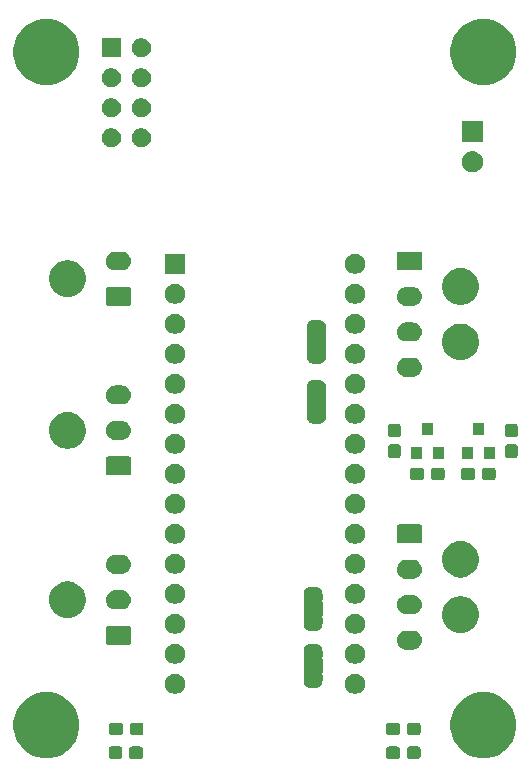
<source format=gbr>
G04 #@! TF.GenerationSoftware,KiCad,Pcbnew,(5.1.5)-3*
G04 #@! TF.CreationDate,2020-05-08T22:00:03-06:00*
G04 #@! TF.ProjectId,fluid,666c7569-642e-46b6-9963-61645f706362,rev?*
G04 #@! TF.SameCoordinates,Original*
G04 #@! TF.FileFunction,Soldermask,Top*
G04 #@! TF.FilePolarity,Negative*
%FSLAX46Y46*%
G04 Gerber Fmt 4.6, Leading zero omitted, Abs format (unit mm)*
G04 Created by KiCad (PCBNEW (5.1.5)-3) date 2020-05-08 22:00:03*
%MOMM*%
%LPD*%
G04 APERTURE LIST*
%ADD10C,0.100000*%
G04 APERTURE END LIST*
D10*
G36*
X95523499Y-147802445D02*
G01*
X95560995Y-147813820D01*
X95595554Y-147832292D01*
X95625847Y-147857153D01*
X95650708Y-147887446D01*
X95669180Y-147922005D01*
X95680555Y-147959501D01*
X95685000Y-148004638D01*
X95685000Y-148643362D01*
X95680555Y-148688499D01*
X95669180Y-148725995D01*
X95650708Y-148760554D01*
X95625847Y-148790847D01*
X95595554Y-148815708D01*
X95560995Y-148834180D01*
X95523499Y-148845555D01*
X95478362Y-148850000D01*
X94739638Y-148850000D01*
X94694501Y-148845555D01*
X94657005Y-148834180D01*
X94622446Y-148815708D01*
X94592153Y-148790847D01*
X94567292Y-148760554D01*
X94548820Y-148725995D01*
X94537445Y-148688499D01*
X94533000Y-148643362D01*
X94533000Y-148004638D01*
X94537445Y-147959501D01*
X94548820Y-147922005D01*
X94567292Y-147887446D01*
X94592153Y-147857153D01*
X94622446Y-147832292D01*
X94657005Y-147813820D01*
X94694501Y-147802445D01*
X94739638Y-147798000D01*
X95478362Y-147798000D01*
X95523499Y-147802445D01*
G37*
G36*
X72015499Y-147802445D02*
G01*
X72052995Y-147813820D01*
X72087554Y-147832292D01*
X72117847Y-147857153D01*
X72142708Y-147887446D01*
X72161180Y-147922005D01*
X72172555Y-147959501D01*
X72177000Y-148004638D01*
X72177000Y-148643362D01*
X72172555Y-148688499D01*
X72161180Y-148725995D01*
X72142708Y-148760554D01*
X72117847Y-148790847D01*
X72087554Y-148815708D01*
X72052995Y-148834180D01*
X72015499Y-148845555D01*
X71970362Y-148850000D01*
X71231638Y-148850000D01*
X71186501Y-148845555D01*
X71149005Y-148834180D01*
X71114446Y-148815708D01*
X71084153Y-148790847D01*
X71059292Y-148760554D01*
X71040820Y-148725995D01*
X71029445Y-148688499D01*
X71025000Y-148643362D01*
X71025000Y-148004638D01*
X71029445Y-147959501D01*
X71040820Y-147922005D01*
X71059292Y-147887446D01*
X71084153Y-147857153D01*
X71114446Y-147832292D01*
X71149005Y-147813820D01*
X71186501Y-147802445D01*
X71231638Y-147798000D01*
X71970362Y-147798000D01*
X72015499Y-147802445D01*
G37*
G36*
X70265499Y-147802445D02*
G01*
X70302995Y-147813820D01*
X70337554Y-147832292D01*
X70367847Y-147857153D01*
X70392708Y-147887446D01*
X70411180Y-147922005D01*
X70422555Y-147959501D01*
X70427000Y-148004638D01*
X70427000Y-148643362D01*
X70422555Y-148688499D01*
X70411180Y-148725995D01*
X70392708Y-148760554D01*
X70367847Y-148790847D01*
X70337554Y-148815708D01*
X70302995Y-148834180D01*
X70265499Y-148845555D01*
X70220362Y-148850000D01*
X69481638Y-148850000D01*
X69436501Y-148845555D01*
X69399005Y-148834180D01*
X69364446Y-148815708D01*
X69334153Y-148790847D01*
X69309292Y-148760554D01*
X69290820Y-148725995D01*
X69279445Y-148688499D01*
X69275000Y-148643362D01*
X69275000Y-148004638D01*
X69279445Y-147959501D01*
X69290820Y-147922005D01*
X69309292Y-147887446D01*
X69334153Y-147857153D01*
X69364446Y-147832292D01*
X69399005Y-147813820D01*
X69436501Y-147802445D01*
X69481638Y-147798000D01*
X70220362Y-147798000D01*
X70265499Y-147802445D01*
G37*
G36*
X93773499Y-147802445D02*
G01*
X93810995Y-147813820D01*
X93845554Y-147832292D01*
X93875847Y-147857153D01*
X93900708Y-147887446D01*
X93919180Y-147922005D01*
X93930555Y-147959501D01*
X93935000Y-148004638D01*
X93935000Y-148643362D01*
X93930555Y-148688499D01*
X93919180Y-148725995D01*
X93900708Y-148760554D01*
X93875847Y-148790847D01*
X93845554Y-148815708D01*
X93810995Y-148834180D01*
X93773499Y-148845555D01*
X93728362Y-148850000D01*
X92989638Y-148850000D01*
X92944501Y-148845555D01*
X92907005Y-148834180D01*
X92872446Y-148815708D01*
X92842153Y-148790847D01*
X92817292Y-148760554D01*
X92798820Y-148725995D01*
X92787445Y-148688499D01*
X92783000Y-148643362D01*
X92783000Y-148004638D01*
X92787445Y-147959501D01*
X92798820Y-147922005D01*
X92817292Y-147887446D01*
X92842153Y-147857153D01*
X92872446Y-147832292D01*
X92907005Y-147813820D01*
X92944501Y-147802445D01*
X92989638Y-147798000D01*
X93728362Y-147798000D01*
X93773499Y-147802445D01*
G37*
G36*
X101817021Y-143306640D02*
G01*
X102326769Y-143517785D01*
X102326771Y-143517786D01*
X102785534Y-143824321D01*
X103175679Y-144214466D01*
X103482214Y-144673229D01*
X103482215Y-144673231D01*
X103693360Y-145182979D01*
X103801000Y-145724124D01*
X103801000Y-146275876D01*
X103693360Y-146817021D01*
X103482215Y-147326769D01*
X103482214Y-147326771D01*
X103175679Y-147785534D01*
X102785534Y-148175679D01*
X102326771Y-148482214D01*
X102326770Y-148482215D01*
X102326769Y-148482215D01*
X101817021Y-148693360D01*
X101275876Y-148801000D01*
X100724124Y-148801000D01*
X100182979Y-148693360D01*
X99673231Y-148482215D01*
X99673230Y-148482215D01*
X99673229Y-148482214D01*
X99214466Y-148175679D01*
X98824321Y-147785534D01*
X98517786Y-147326771D01*
X98517785Y-147326769D01*
X98306640Y-146817021D01*
X98199000Y-146275876D01*
X98199000Y-145724124D01*
X98306640Y-145182979D01*
X98517785Y-144673231D01*
X98517786Y-144673229D01*
X98824321Y-144214466D01*
X99214466Y-143824321D01*
X99673229Y-143517786D01*
X99673231Y-143517785D01*
X100182979Y-143306640D01*
X100724124Y-143199000D01*
X101275876Y-143199000D01*
X101817021Y-143306640D01*
G37*
G36*
X64817021Y-143306640D02*
G01*
X65326769Y-143517785D01*
X65326771Y-143517786D01*
X65785534Y-143824321D01*
X66175679Y-144214466D01*
X66482214Y-144673229D01*
X66482215Y-144673231D01*
X66693360Y-145182979D01*
X66801000Y-145724124D01*
X66801000Y-146275876D01*
X66693360Y-146817021D01*
X66482215Y-147326769D01*
X66482214Y-147326771D01*
X66175679Y-147785534D01*
X65785534Y-148175679D01*
X65326771Y-148482214D01*
X65326770Y-148482215D01*
X65326769Y-148482215D01*
X64817021Y-148693360D01*
X64275876Y-148801000D01*
X63724124Y-148801000D01*
X63182979Y-148693360D01*
X62673231Y-148482215D01*
X62673230Y-148482215D01*
X62673229Y-148482214D01*
X62214466Y-148175679D01*
X61824321Y-147785534D01*
X61517786Y-147326771D01*
X61517785Y-147326769D01*
X61306640Y-146817021D01*
X61199000Y-146275876D01*
X61199000Y-145724124D01*
X61306640Y-145182979D01*
X61517785Y-144673231D01*
X61517786Y-144673229D01*
X61824321Y-144214466D01*
X62214466Y-143824321D01*
X62673229Y-143517786D01*
X62673231Y-143517785D01*
X63182979Y-143306640D01*
X63724124Y-143199000D01*
X64275876Y-143199000D01*
X64817021Y-143306640D01*
G37*
G36*
X72060499Y-145782445D02*
G01*
X72097995Y-145793820D01*
X72132554Y-145812292D01*
X72162847Y-145837153D01*
X72187708Y-145867446D01*
X72206180Y-145902005D01*
X72217555Y-145939501D01*
X72222000Y-145984638D01*
X72222000Y-146623362D01*
X72217555Y-146668499D01*
X72206180Y-146705995D01*
X72187708Y-146740554D01*
X72162847Y-146770847D01*
X72132554Y-146795708D01*
X72097995Y-146814180D01*
X72060499Y-146825555D01*
X72015362Y-146830000D01*
X71276638Y-146830000D01*
X71231501Y-146825555D01*
X71194005Y-146814180D01*
X71159446Y-146795708D01*
X71129153Y-146770847D01*
X71104292Y-146740554D01*
X71085820Y-146705995D01*
X71074445Y-146668499D01*
X71070000Y-146623362D01*
X71070000Y-145984638D01*
X71074445Y-145939501D01*
X71085820Y-145902005D01*
X71104292Y-145867446D01*
X71129153Y-145837153D01*
X71159446Y-145812292D01*
X71194005Y-145793820D01*
X71231501Y-145782445D01*
X71276638Y-145778000D01*
X72015362Y-145778000D01*
X72060499Y-145782445D01*
G37*
G36*
X70310499Y-145782445D02*
G01*
X70347995Y-145793820D01*
X70382554Y-145812292D01*
X70412847Y-145837153D01*
X70437708Y-145867446D01*
X70456180Y-145902005D01*
X70467555Y-145939501D01*
X70472000Y-145984638D01*
X70472000Y-146623362D01*
X70467555Y-146668499D01*
X70456180Y-146705995D01*
X70437708Y-146740554D01*
X70412847Y-146770847D01*
X70382554Y-146795708D01*
X70347995Y-146814180D01*
X70310499Y-146825555D01*
X70265362Y-146830000D01*
X69526638Y-146830000D01*
X69481501Y-146825555D01*
X69444005Y-146814180D01*
X69409446Y-146795708D01*
X69379153Y-146770847D01*
X69354292Y-146740554D01*
X69335820Y-146705995D01*
X69324445Y-146668499D01*
X69320000Y-146623362D01*
X69320000Y-145984638D01*
X69324445Y-145939501D01*
X69335820Y-145902005D01*
X69354292Y-145867446D01*
X69379153Y-145837153D01*
X69409446Y-145812292D01*
X69444005Y-145793820D01*
X69481501Y-145782445D01*
X69526638Y-145778000D01*
X70265362Y-145778000D01*
X70310499Y-145782445D01*
G37*
G36*
X93773499Y-145782445D02*
G01*
X93810995Y-145793820D01*
X93845554Y-145812292D01*
X93875847Y-145837153D01*
X93900708Y-145867446D01*
X93919180Y-145902005D01*
X93930555Y-145939501D01*
X93935000Y-145984638D01*
X93935000Y-146623362D01*
X93930555Y-146668499D01*
X93919180Y-146705995D01*
X93900708Y-146740554D01*
X93875847Y-146770847D01*
X93845554Y-146795708D01*
X93810995Y-146814180D01*
X93773499Y-146825555D01*
X93728362Y-146830000D01*
X92989638Y-146830000D01*
X92944501Y-146825555D01*
X92907005Y-146814180D01*
X92872446Y-146795708D01*
X92842153Y-146770847D01*
X92817292Y-146740554D01*
X92798820Y-146705995D01*
X92787445Y-146668499D01*
X92783000Y-146623362D01*
X92783000Y-145984638D01*
X92787445Y-145939501D01*
X92798820Y-145902005D01*
X92817292Y-145867446D01*
X92842153Y-145837153D01*
X92872446Y-145812292D01*
X92907005Y-145793820D01*
X92944501Y-145782445D01*
X92989638Y-145778000D01*
X93728362Y-145778000D01*
X93773499Y-145782445D01*
G37*
G36*
X95523499Y-145782445D02*
G01*
X95560995Y-145793820D01*
X95595554Y-145812292D01*
X95625847Y-145837153D01*
X95650708Y-145867446D01*
X95669180Y-145902005D01*
X95680555Y-145939501D01*
X95685000Y-145984638D01*
X95685000Y-146623362D01*
X95680555Y-146668499D01*
X95669180Y-146705995D01*
X95650708Y-146740554D01*
X95625847Y-146770847D01*
X95595554Y-146795708D01*
X95560995Y-146814180D01*
X95523499Y-146825555D01*
X95478362Y-146830000D01*
X94739638Y-146830000D01*
X94694501Y-146825555D01*
X94657005Y-146814180D01*
X94622446Y-146795708D01*
X94592153Y-146770847D01*
X94567292Y-146740554D01*
X94548820Y-146705995D01*
X94537445Y-146668499D01*
X94533000Y-146623362D01*
X94533000Y-145984638D01*
X94537445Y-145939501D01*
X94548820Y-145902005D01*
X94567292Y-145867446D01*
X94592153Y-145837153D01*
X94622446Y-145812292D01*
X94657005Y-145793820D01*
X94694501Y-145782445D01*
X94739638Y-145778000D01*
X95478362Y-145778000D01*
X95523499Y-145782445D01*
G37*
G36*
X90378228Y-141675703D02*
G01*
X90533100Y-141739853D01*
X90672481Y-141832985D01*
X90791015Y-141951519D01*
X90884147Y-142090900D01*
X90948297Y-142245772D01*
X90981000Y-142410184D01*
X90981000Y-142577816D01*
X90948297Y-142742228D01*
X90884147Y-142897100D01*
X90791015Y-143036481D01*
X90672481Y-143155015D01*
X90533100Y-143248147D01*
X90378228Y-143312297D01*
X90213816Y-143345000D01*
X90046184Y-143345000D01*
X89881772Y-143312297D01*
X89726900Y-143248147D01*
X89587519Y-143155015D01*
X89468985Y-143036481D01*
X89375853Y-142897100D01*
X89311703Y-142742228D01*
X89279000Y-142577816D01*
X89279000Y-142410184D01*
X89311703Y-142245772D01*
X89375853Y-142090900D01*
X89468985Y-141951519D01*
X89587519Y-141832985D01*
X89726900Y-141739853D01*
X89881772Y-141675703D01*
X90046184Y-141643000D01*
X90213816Y-141643000D01*
X90378228Y-141675703D01*
G37*
G36*
X75138228Y-141675703D02*
G01*
X75293100Y-141739853D01*
X75432481Y-141832985D01*
X75551015Y-141951519D01*
X75644147Y-142090900D01*
X75708297Y-142245772D01*
X75741000Y-142410184D01*
X75741000Y-142577816D01*
X75708297Y-142742228D01*
X75644147Y-142897100D01*
X75551015Y-143036481D01*
X75432481Y-143155015D01*
X75293100Y-143248147D01*
X75138228Y-143312297D01*
X74973816Y-143345000D01*
X74806184Y-143345000D01*
X74641772Y-143312297D01*
X74486900Y-143248147D01*
X74347519Y-143155015D01*
X74228985Y-143036481D01*
X74135853Y-142897100D01*
X74071703Y-142742228D01*
X74039000Y-142577816D01*
X74039000Y-142410184D01*
X74071703Y-142245772D01*
X74135853Y-142090900D01*
X74228985Y-141951519D01*
X74347519Y-141832985D01*
X74486900Y-141739853D01*
X74641772Y-141675703D01*
X74806184Y-141643000D01*
X74973816Y-141643000D01*
X75138228Y-141675703D01*
G37*
G36*
X86845199Y-139119954D02*
G01*
X86857450Y-139120556D01*
X86875869Y-139120556D01*
X86898149Y-139122750D01*
X86982233Y-139139476D01*
X87003660Y-139145976D01*
X87082858Y-139178780D01*
X87088303Y-139181691D01*
X87088309Y-139181693D01*
X87097169Y-139186429D01*
X87097173Y-139186432D01*
X87102614Y-139189340D01*
X87173899Y-139236971D01*
X87191204Y-139251172D01*
X87251828Y-139311796D01*
X87266029Y-139329101D01*
X87313660Y-139400386D01*
X87316568Y-139405827D01*
X87316571Y-139405831D01*
X87321307Y-139414691D01*
X87321309Y-139414697D01*
X87324220Y-139420142D01*
X87357024Y-139499340D01*
X87363524Y-139520767D01*
X87380250Y-139604851D01*
X87382444Y-139627131D01*
X87382444Y-139645550D01*
X87383046Y-139657801D01*
X87384852Y-139676139D01*
X87384852Y-140213860D01*
X87383263Y-140229999D01*
X87378855Y-140244528D01*
X87373394Y-140257711D01*
X87368612Y-140281745D01*
X87368611Y-140306249D01*
X87373391Y-140330282D01*
X87382768Y-140352921D01*
X87384000Y-140354765D01*
X87384000Y-141586050D01*
X87377525Y-141598164D01*
X87370412Y-141621613D01*
X87368010Y-141645999D01*
X87370412Y-141670385D01*
X87377525Y-141693834D01*
X87379848Y-141698746D01*
X87383263Y-141710001D01*
X87384852Y-141726140D01*
X87384852Y-142263862D01*
X87383046Y-142282199D01*
X87382444Y-142294450D01*
X87382444Y-142312869D01*
X87380250Y-142335149D01*
X87363524Y-142419233D01*
X87357024Y-142440660D01*
X87324220Y-142519858D01*
X87321309Y-142525303D01*
X87321307Y-142525309D01*
X87316571Y-142534169D01*
X87316568Y-142534173D01*
X87313660Y-142539614D01*
X87266029Y-142610899D01*
X87251828Y-142628204D01*
X87191204Y-142688828D01*
X87173899Y-142703029D01*
X87102614Y-142750660D01*
X87097173Y-142753568D01*
X87097169Y-142753571D01*
X87088309Y-142758307D01*
X87088303Y-142758309D01*
X87082858Y-142761220D01*
X87003660Y-142794024D01*
X86982233Y-142800524D01*
X86898149Y-142817250D01*
X86875869Y-142819444D01*
X86857450Y-142819444D01*
X86845199Y-142820046D01*
X86826862Y-142821852D01*
X86339138Y-142821852D01*
X86320801Y-142820046D01*
X86308550Y-142819444D01*
X86290131Y-142819444D01*
X86267851Y-142817250D01*
X86183767Y-142800524D01*
X86162340Y-142794024D01*
X86083142Y-142761220D01*
X86077697Y-142758309D01*
X86077691Y-142758307D01*
X86068831Y-142753571D01*
X86068827Y-142753568D01*
X86063386Y-142750660D01*
X85992101Y-142703029D01*
X85974796Y-142688828D01*
X85914172Y-142628204D01*
X85899971Y-142610899D01*
X85852340Y-142539614D01*
X85849432Y-142534173D01*
X85849429Y-142534169D01*
X85844693Y-142525309D01*
X85844691Y-142525303D01*
X85841780Y-142519858D01*
X85808976Y-142440660D01*
X85802476Y-142419233D01*
X85785750Y-142335149D01*
X85783556Y-142312869D01*
X85783556Y-142294450D01*
X85782954Y-142282199D01*
X85781148Y-142263862D01*
X85781148Y-141726140D01*
X85782737Y-141710001D01*
X85787145Y-141695472D01*
X85792606Y-141682289D01*
X85797388Y-141658255D01*
X85797389Y-141633751D01*
X85792609Y-141609718D01*
X85783232Y-141587079D01*
X85782000Y-141585235D01*
X85782000Y-140353950D01*
X85788475Y-140341836D01*
X85795588Y-140318387D01*
X85797990Y-140294001D01*
X85795588Y-140269615D01*
X85788475Y-140246166D01*
X85786152Y-140241254D01*
X85782737Y-140229999D01*
X85781148Y-140213860D01*
X85781148Y-139676139D01*
X85782954Y-139657801D01*
X85783556Y-139645550D01*
X85783556Y-139627131D01*
X85785750Y-139604851D01*
X85802476Y-139520767D01*
X85808976Y-139499340D01*
X85841780Y-139420142D01*
X85844691Y-139414697D01*
X85844693Y-139414691D01*
X85849429Y-139405831D01*
X85849432Y-139405827D01*
X85852340Y-139400386D01*
X85899971Y-139329101D01*
X85914172Y-139311796D01*
X85974796Y-139251172D01*
X85992101Y-139236971D01*
X86063386Y-139189340D01*
X86068827Y-139186432D01*
X86068831Y-139186429D01*
X86077691Y-139181693D01*
X86077697Y-139181691D01*
X86083142Y-139178780D01*
X86162340Y-139145976D01*
X86183767Y-139139476D01*
X86267851Y-139122750D01*
X86290131Y-139120556D01*
X86308550Y-139120556D01*
X86320801Y-139119954D01*
X86339139Y-139118148D01*
X86826861Y-139118148D01*
X86845199Y-139119954D01*
G37*
G36*
X75138228Y-139135703D02*
G01*
X75293100Y-139199853D01*
X75432481Y-139292985D01*
X75551015Y-139411519D01*
X75644147Y-139550900D01*
X75708297Y-139705772D01*
X75741000Y-139870184D01*
X75741000Y-140037816D01*
X75708297Y-140202228D01*
X75644147Y-140357100D01*
X75551015Y-140496481D01*
X75432481Y-140615015D01*
X75293100Y-140708147D01*
X75138228Y-140772297D01*
X74973816Y-140805000D01*
X74806184Y-140805000D01*
X74641772Y-140772297D01*
X74486900Y-140708147D01*
X74347519Y-140615015D01*
X74228985Y-140496481D01*
X74135853Y-140357100D01*
X74071703Y-140202228D01*
X74039000Y-140037816D01*
X74039000Y-139870184D01*
X74071703Y-139705772D01*
X74135853Y-139550900D01*
X74228985Y-139411519D01*
X74347519Y-139292985D01*
X74486900Y-139199853D01*
X74641772Y-139135703D01*
X74806184Y-139103000D01*
X74973816Y-139103000D01*
X75138228Y-139135703D01*
G37*
G36*
X90378228Y-139135703D02*
G01*
X90533100Y-139199853D01*
X90672481Y-139292985D01*
X90791015Y-139411519D01*
X90884147Y-139550900D01*
X90948297Y-139705772D01*
X90981000Y-139870184D01*
X90981000Y-140037816D01*
X90948297Y-140202228D01*
X90884147Y-140357100D01*
X90791015Y-140496481D01*
X90672481Y-140615015D01*
X90533100Y-140708147D01*
X90378228Y-140772297D01*
X90213816Y-140805000D01*
X90046184Y-140805000D01*
X89881772Y-140772297D01*
X89726900Y-140708147D01*
X89587519Y-140615015D01*
X89468985Y-140496481D01*
X89375853Y-140357100D01*
X89311703Y-140202228D01*
X89279000Y-140037816D01*
X89279000Y-139870184D01*
X89311703Y-139705772D01*
X89375853Y-139550900D01*
X89468985Y-139411519D01*
X89587519Y-139292985D01*
X89726900Y-139199853D01*
X89881772Y-139135703D01*
X90046184Y-139103000D01*
X90213816Y-139103000D01*
X90378228Y-139135703D01*
G37*
G36*
X95054159Y-137994262D02*
G01*
X95159023Y-138004590D01*
X95259682Y-138035125D01*
X95310013Y-138050392D01*
X95449165Y-138124771D01*
X95571133Y-138224867D01*
X95671229Y-138346835D01*
X95745608Y-138485987D01*
X95745608Y-138485988D01*
X95791410Y-138636977D01*
X95806875Y-138794000D01*
X95791410Y-138951023D01*
X95786233Y-138968089D01*
X95745608Y-139102013D01*
X95671229Y-139241165D01*
X95571133Y-139363133D01*
X95449165Y-139463229D01*
X95310013Y-139537608D01*
X95266194Y-139550900D01*
X95159023Y-139583410D01*
X95080571Y-139591137D01*
X95041346Y-139595000D01*
X94442654Y-139595000D01*
X94403429Y-139591137D01*
X94324977Y-139583410D01*
X94217806Y-139550900D01*
X94173987Y-139537608D01*
X94034835Y-139463229D01*
X93912867Y-139363133D01*
X93812771Y-139241165D01*
X93738392Y-139102013D01*
X93697767Y-138968089D01*
X93692590Y-138951023D01*
X93677125Y-138794000D01*
X93692590Y-138636977D01*
X93738392Y-138485988D01*
X93738392Y-138485987D01*
X93812771Y-138346835D01*
X93912867Y-138224867D01*
X94034835Y-138124771D01*
X94173987Y-138050392D01*
X94224318Y-138035125D01*
X94324977Y-138004590D01*
X94429841Y-137994262D01*
X94442654Y-137993000D01*
X95041346Y-137993000D01*
X95054159Y-137994262D01*
G37*
G36*
X71017048Y-137585122D02*
G01*
X71051387Y-137595539D01*
X71083036Y-137612456D01*
X71110778Y-137635222D01*
X71133544Y-137662964D01*
X71150461Y-137694613D01*
X71160878Y-137728952D01*
X71165000Y-137770807D01*
X71165000Y-138993193D01*
X71160878Y-139035048D01*
X71150461Y-139069387D01*
X71133544Y-139101036D01*
X71110778Y-139128778D01*
X71083036Y-139151544D01*
X71051387Y-139168461D01*
X71017048Y-139178878D01*
X70975193Y-139183000D01*
X69232807Y-139183000D01*
X69190952Y-139178878D01*
X69156613Y-139168461D01*
X69124964Y-139151544D01*
X69097222Y-139128778D01*
X69074456Y-139101036D01*
X69057539Y-139069387D01*
X69047122Y-139035048D01*
X69043000Y-138993193D01*
X69043000Y-137770807D01*
X69047122Y-137728952D01*
X69057539Y-137694613D01*
X69074456Y-137662964D01*
X69097222Y-137635222D01*
X69124964Y-137612456D01*
X69156613Y-137595539D01*
X69190952Y-137585122D01*
X69232807Y-137581000D01*
X70975193Y-137581000D01*
X71017048Y-137585122D01*
G37*
G36*
X90378228Y-136595703D02*
G01*
X90533100Y-136659853D01*
X90672481Y-136752985D01*
X90791015Y-136871519D01*
X90884147Y-137010900D01*
X90948297Y-137165772D01*
X90981000Y-137330184D01*
X90981000Y-137497816D01*
X90948297Y-137662228D01*
X90884147Y-137817100D01*
X90791015Y-137956481D01*
X90672481Y-138075015D01*
X90533100Y-138168147D01*
X90378228Y-138232297D01*
X90213816Y-138265000D01*
X90046184Y-138265000D01*
X89881772Y-138232297D01*
X89726900Y-138168147D01*
X89587519Y-138075015D01*
X89468985Y-137956481D01*
X89375853Y-137817100D01*
X89311703Y-137662228D01*
X89279000Y-137497816D01*
X89279000Y-137330184D01*
X89311703Y-137165772D01*
X89375853Y-137010900D01*
X89468985Y-136871519D01*
X89587519Y-136752985D01*
X89726900Y-136659853D01*
X89881772Y-136595703D01*
X90046184Y-136563000D01*
X90213816Y-136563000D01*
X90378228Y-136595703D01*
G37*
G36*
X75138228Y-136595703D02*
G01*
X75293100Y-136659853D01*
X75432481Y-136752985D01*
X75551015Y-136871519D01*
X75644147Y-137010900D01*
X75708297Y-137165772D01*
X75741000Y-137330184D01*
X75741000Y-137497816D01*
X75708297Y-137662228D01*
X75644147Y-137817100D01*
X75551015Y-137956481D01*
X75432481Y-138075015D01*
X75293100Y-138168147D01*
X75138228Y-138232297D01*
X74973816Y-138265000D01*
X74806184Y-138265000D01*
X74641772Y-138232297D01*
X74486900Y-138168147D01*
X74347519Y-138075015D01*
X74228985Y-137956481D01*
X74135853Y-137817100D01*
X74071703Y-137662228D01*
X74039000Y-137497816D01*
X74039000Y-137330184D01*
X74071703Y-137165772D01*
X74135853Y-137010900D01*
X74228985Y-136871519D01*
X74347519Y-136752985D01*
X74486900Y-136659853D01*
X74641772Y-136595703D01*
X74806184Y-136563000D01*
X74973816Y-136563000D01*
X75138228Y-136595703D01*
G37*
G36*
X99361699Y-135122228D02*
G01*
X99514410Y-135152604D01*
X99796674Y-135269521D01*
X100050705Y-135439259D01*
X100266741Y-135655295D01*
X100436479Y-135909326D01*
X100553396Y-136191590D01*
X100553396Y-136191591D01*
X100613000Y-136491239D01*
X100613000Y-136796761D01*
X100585900Y-136933000D01*
X100553396Y-137096410D01*
X100436479Y-137378674D01*
X100266741Y-137632705D01*
X100050705Y-137848741D01*
X99796674Y-138018479D01*
X99514410Y-138135396D01*
X99364585Y-138165198D01*
X99214761Y-138195000D01*
X98909239Y-138195000D01*
X98759415Y-138165198D01*
X98609590Y-138135396D01*
X98327326Y-138018479D01*
X98073295Y-137848741D01*
X97857259Y-137632705D01*
X97687521Y-137378674D01*
X97570604Y-137096410D01*
X97538100Y-136933000D01*
X97511000Y-136796761D01*
X97511000Y-136491239D01*
X97570604Y-136191591D01*
X97570604Y-136191590D01*
X97687521Y-135909326D01*
X97857259Y-135655295D01*
X98073295Y-135439259D01*
X98327326Y-135269521D01*
X98609590Y-135152604D01*
X98762301Y-135122228D01*
X98909239Y-135093000D01*
X99214761Y-135093000D01*
X99361699Y-135122228D01*
G37*
G36*
X86845199Y-134293954D02*
G01*
X86857450Y-134294556D01*
X86875869Y-134294556D01*
X86898149Y-134296750D01*
X86982233Y-134313476D01*
X87003660Y-134319976D01*
X87082858Y-134352780D01*
X87088303Y-134355691D01*
X87088309Y-134355693D01*
X87097169Y-134360429D01*
X87097173Y-134360432D01*
X87102614Y-134363340D01*
X87173899Y-134410971D01*
X87191204Y-134425172D01*
X87251828Y-134485796D01*
X87266029Y-134503101D01*
X87313660Y-134574386D01*
X87316568Y-134579827D01*
X87316571Y-134579831D01*
X87321307Y-134588691D01*
X87321309Y-134588697D01*
X87324220Y-134594142D01*
X87357024Y-134673340D01*
X87363524Y-134694767D01*
X87380250Y-134778851D01*
X87382444Y-134801131D01*
X87382444Y-134819550D01*
X87383046Y-134831801D01*
X87384852Y-134850139D01*
X87384852Y-135387860D01*
X87383263Y-135403999D01*
X87378855Y-135418528D01*
X87373394Y-135431711D01*
X87368612Y-135455745D01*
X87368611Y-135480249D01*
X87373391Y-135504282D01*
X87382768Y-135526921D01*
X87384000Y-135528765D01*
X87384000Y-136760050D01*
X87377525Y-136772164D01*
X87370412Y-136795613D01*
X87368010Y-136819999D01*
X87370412Y-136844385D01*
X87377525Y-136867834D01*
X87379848Y-136872746D01*
X87383263Y-136884001D01*
X87384852Y-136900140D01*
X87384852Y-137437862D01*
X87383046Y-137456199D01*
X87382444Y-137468450D01*
X87382444Y-137486869D01*
X87380250Y-137509149D01*
X87363524Y-137593233D01*
X87357024Y-137614660D01*
X87324220Y-137693858D01*
X87321309Y-137699303D01*
X87321307Y-137699309D01*
X87316571Y-137708169D01*
X87316568Y-137708173D01*
X87313660Y-137713614D01*
X87266029Y-137784899D01*
X87251828Y-137802204D01*
X87191204Y-137862828D01*
X87173899Y-137877029D01*
X87102614Y-137924660D01*
X87097173Y-137927568D01*
X87097169Y-137927571D01*
X87088309Y-137932307D01*
X87088303Y-137932309D01*
X87082858Y-137935220D01*
X87003660Y-137968024D01*
X86982233Y-137974524D01*
X86898149Y-137991250D01*
X86875869Y-137993444D01*
X86857450Y-137993444D01*
X86845199Y-137994046D01*
X86826862Y-137995852D01*
X86339138Y-137995852D01*
X86320801Y-137994046D01*
X86308550Y-137993444D01*
X86290131Y-137993444D01*
X86267851Y-137991250D01*
X86183767Y-137974524D01*
X86162340Y-137968024D01*
X86083142Y-137935220D01*
X86077697Y-137932309D01*
X86077691Y-137932307D01*
X86068831Y-137927571D01*
X86068827Y-137927568D01*
X86063386Y-137924660D01*
X85992101Y-137877029D01*
X85974796Y-137862828D01*
X85914172Y-137802204D01*
X85899971Y-137784899D01*
X85852340Y-137713614D01*
X85849432Y-137708173D01*
X85849429Y-137708169D01*
X85844693Y-137699309D01*
X85844691Y-137699303D01*
X85841780Y-137693858D01*
X85808976Y-137614660D01*
X85802476Y-137593233D01*
X85785750Y-137509149D01*
X85783556Y-137486869D01*
X85783556Y-137468450D01*
X85782954Y-137456199D01*
X85781148Y-137437862D01*
X85781148Y-136900140D01*
X85782737Y-136884001D01*
X85787145Y-136869472D01*
X85792606Y-136856289D01*
X85797388Y-136832255D01*
X85797389Y-136807751D01*
X85792609Y-136783718D01*
X85783232Y-136761079D01*
X85782000Y-136759235D01*
X85782000Y-135527950D01*
X85788475Y-135515836D01*
X85795588Y-135492387D01*
X85797990Y-135468001D01*
X85795588Y-135443615D01*
X85788475Y-135420166D01*
X85786152Y-135415254D01*
X85782737Y-135403999D01*
X85781148Y-135387860D01*
X85781148Y-134850139D01*
X85782954Y-134831801D01*
X85783556Y-134819550D01*
X85783556Y-134801131D01*
X85785750Y-134778851D01*
X85802476Y-134694767D01*
X85808976Y-134673340D01*
X85841780Y-134594142D01*
X85844691Y-134588697D01*
X85844693Y-134588691D01*
X85849429Y-134579831D01*
X85849432Y-134579827D01*
X85852340Y-134574386D01*
X85899971Y-134503101D01*
X85914172Y-134485796D01*
X85974796Y-134425172D01*
X85992101Y-134410971D01*
X86063386Y-134363340D01*
X86068827Y-134360432D01*
X86068831Y-134360429D01*
X86077691Y-134355693D01*
X86077697Y-134355691D01*
X86083142Y-134352780D01*
X86162340Y-134319976D01*
X86183767Y-134313476D01*
X86267851Y-134296750D01*
X86290131Y-134294556D01*
X86308550Y-134294556D01*
X86320801Y-134293954D01*
X86339139Y-134292148D01*
X86826861Y-134292148D01*
X86845199Y-134293954D01*
G37*
G36*
X66086585Y-133860802D02*
G01*
X66236410Y-133890604D01*
X66518674Y-134007521D01*
X66772705Y-134177259D01*
X66988741Y-134393295D01*
X67158479Y-134647326D01*
X67275396Y-134929590D01*
X67305198Y-135079415D01*
X67335000Y-135229239D01*
X67335000Y-135534761D01*
X67334152Y-135539023D01*
X67275396Y-135834410D01*
X67158479Y-136116674D01*
X66988741Y-136370705D01*
X66772705Y-136586741D01*
X66518674Y-136756479D01*
X66236410Y-136873396D01*
X66101959Y-136900140D01*
X65936761Y-136933000D01*
X65631239Y-136933000D01*
X65466041Y-136900140D01*
X65331590Y-136873396D01*
X65049326Y-136756479D01*
X64795295Y-136586741D01*
X64579259Y-136370705D01*
X64409521Y-136116674D01*
X64292604Y-135834410D01*
X64233848Y-135539023D01*
X64233000Y-135534761D01*
X64233000Y-135229239D01*
X64262802Y-135079415D01*
X64292604Y-134929590D01*
X64409521Y-134647326D01*
X64579259Y-134393295D01*
X64795295Y-134177259D01*
X65049326Y-134007521D01*
X65331590Y-133890604D01*
X65481415Y-133860802D01*
X65631239Y-133831000D01*
X65936761Y-133831000D01*
X66086585Y-133860802D01*
G37*
G36*
X95080571Y-134996863D02*
G01*
X95159023Y-135004590D01*
X95259682Y-135035125D01*
X95310013Y-135050392D01*
X95449165Y-135124771D01*
X95571133Y-135224867D01*
X95671229Y-135346835D01*
X95745608Y-135485987D01*
X95754662Y-135515836D01*
X95791410Y-135636977D01*
X95806875Y-135794000D01*
X95791410Y-135951023D01*
X95761013Y-136051229D01*
X95745608Y-136102013D01*
X95671229Y-136241165D01*
X95571133Y-136363133D01*
X95449165Y-136463229D01*
X95310013Y-136537608D01*
X95259682Y-136552875D01*
X95159023Y-136583410D01*
X95080571Y-136591137D01*
X95041346Y-136595000D01*
X94442654Y-136595000D01*
X94403429Y-136591137D01*
X94324977Y-136583410D01*
X94224318Y-136552875D01*
X94173987Y-136537608D01*
X94034835Y-136463229D01*
X93912867Y-136363133D01*
X93812771Y-136241165D01*
X93738392Y-136102013D01*
X93722987Y-136051229D01*
X93692590Y-135951023D01*
X93677125Y-135794000D01*
X93692590Y-135636977D01*
X93729338Y-135515836D01*
X93738392Y-135485987D01*
X93812771Y-135346835D01*
X93912867Y-135224867D01*
X94034835Y-135124771D01*
X94173987Y-135050392D01*
X94224318Y-135035125D01*
X94324977Y-135004590D01*
X94403429Y-134996863D01*
X94442654Y-134993000D01*
X95041346Y-134993000D01*
X95080571Y-134996863D01*
G37*
G36*
X70442571Y-134584863D02*
G01*
X70521023Y-134592590D01*
X70621682Y-134623125D01*
X70672013Y-134638392D01*
X70811165Y-134712771D01*
X70933133Y-134812867D01*
X71033229Y-134934835D01*
X71107608Y-135073987D01*
X71107608Y-135073988D01*
X71153410Y-135224977D01*
X71168875Y-135382000D01*
X71153410Y-135539023D01*
X71126374Y-135628148D01*
X71107608Y-135690013D01*
X71033229Y-135829165D01*
X70933133Y-135951133D01*
X70811165Y-136051229D01*
X70672013Y-136125608D01*
X70621682Y-136140875D01*
X70521023Y-136171410D01*
X70442571Y-136179137D01*
X70403346Y-136183000D01*
X69804654Y-136183000D01*
X69765429Y-136179137D01*
X69686977Y-136171410D01*
X69586318Y-136140875D01*
X69535987Y-136125608D01*
X69396835Y-136051229D01*
X69274867Y-135951133D01*
X69174771Y-135829165D01*
X69100392Y-135690013D01*
X69081626Y-135628148D01*
X69054590Y-135539023D01*
X69039125Y-135382000D01*
X69054590Y-135224977D01*
X69100392Y-135073988D01*
X69100392Y-135073987D01*
X69174771Y-134934835D01*
X69274867Y-134812867D01*
X69396835Y-134712771D01*
X69535987Y-134638392D01*
X69586318Y-134623125D01*
X69686977Y-134592590D01*
X69765429Y-134584863D01*
X69804654Y-134581000D01*
X70403346Y-134581000D01*
X70442571Y-134584863D01*
G37*
G36*
X75138228Y-134055703D02*
G01*
X75293100Y-134119853D01*
X75432481Y-134212985D01*
X75551015Y-134331519D01*
X75644147Y-134470900D01*
X75708297Y-134625772D01*
X75741000Y-134790184D01*
X75741000Y-134957816D01*
X75708297Y-135122228D01*
X75644147Y-135277100D01*
X75551015Y-135416481D01*
X75432481Y-135535015D01*
X75293100Y-135628147D01*
X75138228Y-135692297D01*
X74973816Y-135725000D01*
X74806184Y-135725000D01*
X74641772Y-135692297D01*
X74486900Y-135628147D01*
X74347519Y-135535015D01*
X74228985Y-135416481D01*
X74135853Y-135277100D01*
X74071703Y-135122228D01*
X74039000Y-134957816D01*
X74039000Y-134790184D01*
X74071703Y-134625772D01*
X74135853Y-134470900D01*
X74228985Y-134331519D01*
X74347519Y-134212985D01*
X74486900Y-134119853D01*
X74641772Y-134055703D01*
X74806184Y-134023000D01*
X74973816Y-134023000D01*
X75138228Y-134055703D01*
G37*
G36*
X90378228Y-134055703D02*
G01*
X90533100Y-134119853D01*
X90672481Y-134212985D01*
X90791015Y-134331519D01*
X90884147Y-134470900D01*
X90948297Y-134625772D01*
X90981000Y-134790184D01*
X90981000Y-134957816D01*
X90948297Y-135122228D01*
X90884147Y-135277100D01*
X90791015Y-135416481D01*
X90672481Y-135535015D01*
X90533100Y-135628147D01*
X90378228Y-135692297D01*
X90213816Y-135725000D01*
X90046184Y-135725000D01*
X89881772Y-135692297D01*
X89726900Y-135628147D01*
X89587519Y-135535015D01*
X89468985Y-135416481D01*
X89375853Y-135277100D01*
X89311703Y-135122228D01*
X89279000Y-134957816D01*
X89279000Y-134790184D01*
X89311703Y-134625772D01*
X89375853Y-134470900D01*
X89468985Y-134331519D01*
X89587519Y-134212985D01*
X89726900Y-134119853D01*
X89881772Y-134055703D01*
X90046184Y-134023000D01*
X90213816Y-134023000D01*
X90378228Y-134055703D01*
G37*
G36*
X95080571Y-131996863D02*
G01*
X95159023Y-132004590D01*
X95259682Y-132035125D01*
X95310013Y-132050392D01*
X95449165Y-132124771D01*
X95571133Y-132224867D01*
X95671229Y-132346835D01*
X95745608Y-132485987D01*
X95745608Y-132485988D01*
X95791410Y-132636977D01*
X95806875Y-132794000D01*
X95791410Y-132951023D01*
X95778065Y-132995015D01*
X95745608Y-133102013D01*
X95671229Y-133241165D01*
X95571133Y-133363133D01*
X95449165Y-133463229D01*
X95310013Y-133537608D01*
X95259682Y-133552875D01*
X95159023Y-133583410D01*
X95080571Y-133591137D01*
X95041346Y-133595000D01*
X94442654Y-133595000D01*
X94403429Y-133591137D01*
X94324977Y-133583410D01*
X94224318Y-133552875D01*
X94173987Y-133537608D01*
X94034835Y-133463229D01*
X93912867Y-133363133D01*
X93812771Y-133241165D01*
X93738392Y-133102013D01*
X93705935Y-132995015D01*
X93692590Y-132951023D01*
X93677125Y-132794000D01*
X93692590Y-132636977D01*
X93738392Y-132485988D01*
X93738392Y-132485987D01*
X93812771Y-132346835D01*
X93912867Y-132224867D01*
X94034835Y-132124771D01*
X94173987Y-132050392D01*
X94224318Y-132035125D01*
X94324977Y-132004590D01*
X94403429Y-131996863D01*
X94442654Y-131993000D01*
X95041346Y-131993000D01*
X95080571Y-131996863D01*
G37*
G36*
X99364585Y-130422802D02*
G01*
X99514410Y-130452604D01*
X99796674Y-130569521D01*
X100050705Y-130739259D01*
X100266741Y-130955295D01*
X100436479Y-131209326D01*
X100553396Y-131491590D01*
X100613000Y-131791240D01*
X100613000Y-132096760D01*
X100553396Y-132396410D01*
X100436479Y-132678674D01*
X100266741Y-132932705D01*
X100050705Y-133148741D01*
X99796674Y-133318479D01*
X99514410Y-133435396D01*
X99374484Y-133463229D01*
X99214761Y-133495000D01*
X98909239Y-133495000D01*
X98749516Y-133463229D01*
X98609590Y-133435396D01*
X98327326Y-133318479D01*
X98073295Y-133148741D01*
X97857259Y-132932705D01*
X97687521Y-132678674D01*
X97570604Y-132396410D01*
X97511000Y-132096760D01*
X97511000Y-131791240D01*
X97570604Y-131491590D01*
X97687521Y-131209326D01*
X97857259Y-130955295D01*
X98073295Y-130739259D01*
X98327326Y-130569521D01*
X98609590Y-130452604D01*
X98759415Y-130422802D01*
X98909239Y-130393000D01*
X99214761Y-130393000D01*
X99364585Y-130422802D01*
G37*
G36*
X75138228Y-131515703D02*
G01*
X75293100Y-131579853D01*
X75432481Y-131672985D01*
X75551015Y-131791519D01*
X75644147Y-131930900D01*
X75708297Y-132085772D01*
X75741000Y-132250184D01*
X75741000Y-132417816D01*
X75708297Y-132582228D01*
X75644147Y-132737100D01*
X75551015Y-132876481D01*
X75432481Y-132995015D01*
X75293100Y-133088147D01*
X75138228Y-133152297D01*
X74973816Y-133185000D01*
X74806184Y-133185000D01*
X74641772Y-133152297D01*
X74486900Y-133088147D01*
X74347519Y-132995015D01*
X74228985Y-132876481D01*
X74135853Y-132737100D01*
X74071703Y-132582228D01*
X74039000Y-132417816D01*
X74039000Y-132250184D01*
X74071703Y-132085772D01*
X74135853Y-131930900D01*
X74228985Y-131791519D01*
X74347519Y-131672985D01*
X74486900Y-131579853D01*
X74641772Y-131515703D01*
X74806184Y-131483000D01*
X74973816Y-131483000D01*
X75138228Y-131515703D01*
G37*
G36*
X90378228Y-131515703D02*
G01*
X90533100Y-131579853D01*
X90672481Y-131672985D01*
X90791015Y-131791519D01*
X90884147Y-131930900D01*
X90948297Y-132085772D01*
X90981000Y-132250184D01*
X90981000Y-132417816D01*
X90948297Y-132582228D01*
X90884147Y-132737100D01*
X90791015Y-132876481D01*
X90672481Y-132995015D01*
X90533100Y-133088147D01*
X90378228Y-133152297D01*
X90213816Y-133185000D01*
X90046184Y-133185000D01*
X89881772Y-133152297D01*
X89726900Y-133088147D01*
X89587519Y-132995015D01*
X89468985Y-132876481D01*
X89375853Y-132737100D01*
X89311703Y-132582228D01*
X89279000Y-132417816D01*
X89279000Y-132250184D01*
X89311703Y-132085772D01*
X89375853Y-131930900D01*
X89468985Y-131791519D01*
X89587519Y-131672985D01*
X89726900Y-131579853D01*
X89881772Y-131515703D01*
X90046184Y-131483000D01*
X90213816Y-131483000D01*
X90378228Y-131515703D01*
G37*
G36*
X70442571Y-131584863D02*
G01*
X70521023Y-131592590D01*
X70621682Y-131623125D01*
X70672013Y-131638392D01*
X70811165Y-131712771D01*
X70933133Y-131812867D01*
X71033229Y-131934835D01*
X71107608Y-132073987D01*
X71111183Y-132085772D01*
X71153410Y-132224977D01*
X71168875Y-132382000D01*
X71153410Y-132539023D01*
X71123696Y-132636977D01*
X71107608Y-132690013D01*
X71033229Y-132829165D01*
X70933133Y-132951133D01*
X70811165Y-133051229D01*
X70672013Y-133125608D01*
X70621682Y-133140875D01*
X70521023Y-133171410D01*
X70442571Y-133179137D01*
X70403346Y-133183000D01*
X69804654Y-133183000D01*
X69765429Y-133179137D01*
X69686977Y-133171410D01*
X69586318Y-133140875D01*
X69535987Y-133125608D01*
X69396835Y-133051229D01*
X69274867Y-132951133D01*
X69174771Y-132829165D01*
X69100392Y-132690013D01*
X69084304Y-132636977D01*
X69054590Y-132539023D01*
X69039125Y-132382000D01*
X69054590Y-132224977D01*
X69096817Y-132085772D01*
X69100392Y-132073987D01*
X69174771Y-131934835D01*
X69274867Y-131812867D01*
X69396835Y-131712771D01*
X69535987Y-131638392D01*
X69586318Y-131623125D01*
X69686977Y-131592590D01*
X69765429Y-131584863D01*
X69804654Y-131581000D01*
X70403346Y-131581000D01*
X70442571Y-131584863D01*
G37*
G36*
X75138228Y-128975703D02*
G01*
X75293100Y-129039853D01*
X75432481Y-129132985D01*
X75551015Y-129251519D01*
X75644147Y-129390900D01*
X75708297Y-129545772D01*
X75741000Y-129710184D01*
X75741000Y-129877816D01*
X75708297Y-130042228D01*
X75644147Y-130197100D01*
X75551015Y-130336481D01*
X75432481Y-130455015D01*
X75293100Y-130548147D01*
X75138228Y-130612297D01*
X74973816Y-130645000D01*
X74806184Y-130645000D01*
X74641772Y-130612297D01*
X74486900Y-130548147D01*
X74347519Y-130455015D01*
X74228985Y-130336481D01*
X74135853Y-130197100D01*
X74071703Y-130042228D01*
X74039000Y-129877816D01*
X74039000Y-129710184D01*
X74071703Y-129545772D01*
X74135853Y-129390900D01*
X74228985Y-129251519D01*
X74347519Y-129132985D01*
X74486900Y-129039853D01*
X74641772Y-128975703D01*
X74806184Y-128943000D01*
X74973816Y-128943000D01*
X75138228Y-128975703D01*
G37*
G36*
X90378228Y-128975703D02*
G01*
X90533100Y-129039853D01*
X90672481Y-129132985D01*
X90791015Y-129251519D01*
X90884147Y-129390900D01*
X90948297Y-129545772D01*
X90981000Y-129710184D01*
X90981000Y-129877816D01*
X90948297Y-130042228D01*
X90884147Y-130197100D01*
X90791015Y-130336481D01*
X90672481Y-130455015D01*
X90533100Y-130548147D01*
X90378228Y-130612297D01*
X90213816Y-130645000D01*
X90046184Y-130645000D01*
X89881772Y-130612297D01*
X89726900Y-130548147D01*
X89587519Y-130455015D01*
X89468985Y-130336481D01*
X89375853Y-130197100D01*
X89311703Y-130042228D01*
X89279000Y-129877816D01*
X89279000Y-129710184D01*
X89311703Y-129545772D01*
X89375853Y-129390900D01*
X89468985Y-129251519D01*
X89587519Y-129132985D01*
X89726900Y-129039853D01*
X89881772Y-128975703D01*
X90046184Y-128943000D01*
X90213816Y-128943000D01*
X90378228Y-128975703D01*
G37*
G36*
X95655048Y-128997122D02*
G01*
X95689387Y-129007539D01*
X95721036Y-129024456D01*
X95748778Y-129047222D01*
X95771544Y-129074964D01*
X95788461Y-129106613D01*
X95798878Y-129140952D01*
X95803000Y-129182807D01*
X95803000Y-130405193D01*
X95798878Y-130447048D01*
X95788461Y-130481387D01*
X95771544Y-130513036D01*
X95748778Y-130540778D01*
X95721036Y-130563544D01*
X95689387Y-130580461D01*
X95655048Y-130590878D01*
X95613193Y-130595000D01*
X93870807Y-130595000D01*
X93828952Y-130590878D01*
X93794613Y-130580461D01*
X93762964Y-130563544D01*
X93735222Y-130540778D01*
X93712456Y-130513036D01*
X93695539Y-130481387D01*
X93685122Y-130447048D01*
X93681000Y-130405193D01*
X93681000Y-129182807D01*
X93685122Y-129140952D01*
X93695539Y-129106613D01*
X93712456Y-129074964D01*
X93735222Y-129047222D01*
X93762964Y-129024456D01*
X93794613Y-129007539D01*
X93828952Y-128997122D01*
X93870807Y-128993000D01*
X95613193Y-128993000D01*
X95655048Y-128997122D01*
G37*
G36*
X90378228Y-126435703D02*
G01*
X90533100Y-126499853D01*
X90672481Y-126592985D01*
X90791015Y-126711519D01*
X90884147Y-126850900D01*
X90948297Y-127005772D01*
X90981000Y-127170184D01*
X90981000Y-127337816D01*
X90948297Y-127502228D01*
X90884147Y-127657100D01*
X90791015Y-127796481D01*
X90672481Y-127915015D01*
X90533100Y-128008147D01*
X90378228Y-128072297D01*
X90213816Y-128105000D01*
X90046184Y-128105000D01*
X89881772Y-128072297D01*
X89726900Y-128008147D01*
X89587519Y-127915015D01*
X89468985Y-127796481D01*
X89375853Y-127657100D01*
X89311703Y-127502228D01*
X89279000Y-127337816D01*
X89279000Y-127170184D01*
X89311703Y-127005772D01*
X89375853Y-126850900D01*
X89468985Y-126711519D01*
X89587519Y-126592985D01*
X89726900Y-126499853D01*
X89881772Y-126435703D01*
X90046184Y-126403000D01*
X90213816Y-126403000D01*
X90378228Y-126435703D01*
G37*
G36*
X75138228Y-126435703D02*
G01*
X75293100Y-126499853D01*
X75432481Y-126592985D01*
X75551015Y-126711519D01*
X75644147Y-126850900D01*
X75708297Y-127005772D01*
X75741000Y-127170184D01*
X75741000Y-127337816D01*
X75708297Y-127502228D01*
X75644147Y-127657100D01*
X75551015Y-127796481D01*
X75432481Y-127915015D01*
X75293100Y-128008147D01*
X75138228Y-128072297D01*
X74973816Y-128105000D01*
X74806184Y-128105000D01*
X74641772Y-128072297D01*
X74486900Y-128008147D01*
X74347519Y-127915015D01*
X74228985Y-127796481D01*
X74135853Y-127657100D01*
X74071703Y-127502228D01*
X74039000Y-127337816D01*
X74039000Y-127170184D01*
X74071703Y-127005772D01*
X74135853Y-126850900D01*
X74228985Y-126711519D01*
X74347519Y-126592985D01*
X74486900Y-126499853D01*
X74641772Y-126435703D01*
X74806184Y-126403000D01*
X74973816Y-126403000D01*
X75138228Y-126435703D01*
G37*
G36*
X90378228Y-123895703D02*
G01*
X90533100Y-123959853D01*
X90672481Y-124052985D01*
X90791015Y-124171519D01*
X90884147Y-124310900D01*
X90948297Y-124465772D01*
X90981000Y-124630184D01*
X90981000Y-124797816D01*
X90948297Y-124962228D01*
X90884147Y-125117100D01*
X90791015Y-125256481D01*
X90672481Y-125375015D01*
X90533100Y-125468147D01*
X90378228Y-125532297D01*
X90213816Y-125565000D01*
X90046184Y-125565000D01*
X89881772Y-125532297D01*
X89726900Y-125468147D01*
X89587519Y-125375015D01*
X89468985Y-125256481D01*
X89375853Y-125117100D01*
X89311703Y-124962228D01*
X89279000Y-124797816D01*
X89279000Y-124630184D01*
X89311703Y-124465772D01*
X89375853Y-124310900D01*
X89468985Y-124171519D01*
X89587519Y-124052985D01*
X89726900Y-123959853D01*
X89881772Y-123895703D01*
X90046184Y-123863000D01*
X90213816Y-123863000D01*
X90378228Y-123895703D01*
G37*
G36*
X75138228Y-123895703D02*
G01*
X75293100Y-123959853D01*
X75432481Y-124052985D01*
X75551015Y-124171519D01*
X75644147Y-124310900D01*
X75708297Y-124465772D01*
X75741000Y-124630184D01*
X75741000Y-124797816D01*
X75708297Y-124962228D01*
X75644147Y-125117100D01*
X75551015Y-125256481D01*
X75432481Y-125375015D01*
X75293100Y-125468147D01*
X75138228Y-125532297D01*
X74973816Y-125565000D01*
X74806184Y-125565000D01*
X74641772Y-125532297D01*
X74486900Y-125468147D01*
X74347519Y-125375015D01*
X74228985Y-125256481D01*
X74135853Y-125117100D01*
X74071703Y-124962228D01*
X74039000Y-124797816D01*
X74039000Y-124630184D01*
X74071703Y-124465772D01*
X74135853Y-124310900D01*
X74228985Y-124171519D01*
X74347519Y-124052985D01*
X74486900Y-123959853D01*
X74641772Y-123895703D01*
X74806184Y-123863000D01*
X74973816Y-123863000D01*
X75138228Y-123895703D01*
G37*
G36*
X97555499Y-124192445D02*
G01*
X97592995Y-124203820D01*
X97627554Y-124222292D01*
X97657847Y-124247153D01*
X97682708Y-124277446D01*
X97701180Y-124312005D01*
X97712555Y-124349501D01*
X97717000Y-124394638D01*
X97717000Y-125033362D01*
X97712555Y-125078499D01*
X97701180Y-125115995D01*
X97682708Y-125150554D01*
X97657847Y-125180847D01*
X97627554Y-125205708D01*
X97592995Y-125224180D01*
X97555499Y-125235555D01*
X97510362Y-125240000D01*
X96771638Y-125240000D01*
X96726501Y-125235555D01*
X96689005Y-125224180D01*
X96654446Y-125205708D01*
X96624153Y-125180847D01*
X96599292Y-125150554D01*
X96580820Y-125115995D01*
X96569445Y-125078499D01*
X96565000Y-125033362D01*
X96565000Y-124394638D01*
X96569445Y-124349501D01*
X96580820Y-124312005D01*
X96599292Y-124277446D01*
X96624153Y-124247153D01*
X96654446Y-124222292D01*
X96689005Y-124203820D01*
X96726501Y-124192445D01*
X96771638Y-124188000D01*
X97510362Y-124188000D01*
X97555499Y-124192445D01*
G37*
G36*
X101873499Y-124192445D02*
G01*
X101910995Y-124203820D01*
X101945554Y-124222292D01*
X101975847Y-124247153D01*
X102000708Y-124277446D01*
X102019180Y-124312005D01*
X102030555Y-124349501D01*
X102035000Y-124394638D01*
X102035000Y-125033362D01*
X102030555Y-125078499D01*
X102019180Y-125115995D01*
X102000708Y-125150554D01*
X101975847Y-125180847D01*
X101945554Y-125205708D01*
X101910995Y-125224180D01*
X101873499Y-125235555D01*
X101828362Y-125240000D01*
X101089638Y-125240000D01*
X101044501Y-125235555D01*
X101007005Y-125224180D01*
X100972446Y-125205708D01*
X100942153Y-125180847D01*
X100917292Y-125150554D01*
X100898820Y-125115995D01*
X100887445Y-125078499D01*
X100883000Y-125033362D01*
X100883000Y-124394638D01*
X100887445Y-124349501D01*
X100898820Y-124312005D01*
X100917292Y-124277446D01*
X100942153Y-124247153D01*
X100972446Y-124222292D01*
X101007005Y-124203820D01*
X101044501Y-124192445D01*
X101089638Y-124188000D01*
X101828362Y-124188000D01*
X101873499Y-124192445D01*
G37*
G36*
X100123499Y-124192445D02*
G01*
X100160995Y-124203820D01*
X100195554Y-124222292D01*
X100225847Y-124247153D01*
X100250708Y-124277446D01*
X100269180Y-124312005D01*
X100280555Y-124349501D01*
X100285000Y-124394638D01*
X100285000Y-125033362D01*
X100280555Y-125078499D01*
X100269180Y-125115995D01*
X100250708Y-125150554D01*
X100225847Y-125180847D01*
X100195554Y-125205708D01*
X100160995Y-125224180D01*
X100123499Y-125235555D01*
X100078362Y-125240000D01*
X99339638Y-125240000D01*
X99294501Y-125235555D01*
X99257005Y-125224180D01*
X99222446Y-125205708D01*
X99192153Y-125180847D01*
X99167292Y-125150554D01*
X99148820Y-125115995D01*
X99137445Y-125078499D01*
X99133000Y-125033362D01*
X99133000Y-124394638D01*
X99137445Y-124349501D01*
X99148820Y-124312005D01*
X99167292Y-124277446D01*
X99192153Y-124247153D01*
X99222446Y-124222292D01*
X99257005Y-124203820D01*
X99294501Y-124192445D01*
X99339638Y-124188000D01*
X100078362Y-124188000D01*
X100123499Y-124192445D01*
G37*
G36*
X95805499Y-124192445D02*
G01*
X95842995Y-124203820D01*
X95877554Y-124222292D01*
X95907847Y-124247153D01*
X95932708Y-124277446D01*
X95951180Y-124312005D01*
X95962555Y-124349501D01*
X95967000Y-124394638D01*
X95967000Y-125033362D01*
X95962555Y-125078499D01*
X95951180Y-125115995D01*
X95932708Y-125150554D01*
X95907847Y-125180847D01*
X95877554Y-125205708D01*
X95842995Y-125224180D01*
X95805499Y-125235555D01*
X95760362Y-125240000D01*
X95021638Y-125240000D01*
X94976501Y-125235555D01*
X94939005Y-125224180D01*
X94904446Y-125205708D01*
X94874153Y-125180847D01*
X94849292Y-125150554D01*
X94830820Y-125115995D01*
X94819445Y-125078499D01*
X94815000Y-125033362D01*
X94815000Y-124394638D01*
X94819445Y-124349501D01*
X94830820Y-124312005D01*
X94849292Y-124277446D01*
X94874153Y-124247153D01*
X94904446Y-124222292D01*
X94939005Y-124203820D01*
X94976501Y-124192445D01*
X95021638Y-124188000D01*
X95760362Y-124188000D01*
X95805499Y-124192445D01*
G37*
G36*
X71017048Y-123241122D02*
G01*
X71051387Y-123251539D01*
X71083036Y-123268456D01*
X71110778Y-123291222D01*
X71133544Y-123318964D01*
X71150461Y-123350613D01*
X71160878Y-123384952D01*
X71165000Y-123426807D01*
X71165000Y-124649193D01*
X71160878Y-124691048D01*
X71150461Y-124725387D01*
X71133544Y-124757036D01*
X71110778Y-124784778D01*
X71083036Y-124807544D01*
X71051387Y-124824461D01*
X71017048Y-124834878D01*
X70975193Y-124839000D01*
X69232807Y-124839000D01*
X69190952Y-124834878D01*
X69156613Y-124824461D01*
X69124964Y-124807544D01*
X69097222Y-124784778D01*
X69074456Y-124757036D01*
X69057539Y-124725387D01*
X69047122Y-124691048D01*
X69043000Y-124649193D01*
X69043000Y-123426807D01*
X69047122Y-123384952D01*
X69057539Y-123350613D01*
X69074456Y-123318964D01*
X69097222Y-123291222D01*
X69124964Y-123268456D01*
X69156613Y-123251539D01*
X69190952Y-123241122D01*
X69232807Y-123237000D01*
X70975193Y-123237000D01*
X71017048Y-123241122D01*
G37*
G36*
X101985000Y-123421000D02*
G01*
X101083000Y-123421000D01*
X101083000Y-122419000D01*
X101985000Y-122419000D01*
X101985000Y-123421000D01*
G37*
G36*
X100085000Y-123421000D02*
G01*
X99183000Y-123421000D01*
X99183000Y-122419000D01*
X100085000Y-122419000D01*
X100085000Y-123421000D01*
G37*
G36*
X97667000Y-123421000D02*
G01*
X96765000Y-123421000D01*
X96765000Y-122419000D01*
X97667000Y-122419000D01*
X97667000Y-123421000D01*
G37*
G36*
X95767000Y-123421000D02*
G01*
X94865000Y-123421000D01*
X94865000Y-122419000D01*
X95767000Y-122419000D01*
X95767000Y-123421000D01*
G37*
G36*
X93836499Y-122223445D02*
G01*
X93873995Y-122234820D01*
X93908554Y-122253292D01*
X93938847Y-122278153D01*
X93963708Y-122308446D01*
X93982180Y-122343005D01*
X93993555Y-122380501D01*
X93998000Y-122425638D01*
X93998000Y-123164362D01*
X93993555Y-123209499D01*
X93982180Y-123246995D01*
X93963708Y-123281554D01*
X93938847Y-123311847D01*
X93908554Y-123336708D01*
X93873995Y-123355180D01*
X93836499Y-123366555D01*
X93791362Y-123371000D01*
X93152638Y-123371000D01*
X93107501Y-123366555D01*
X93070005Y-123355180D01*
X93035446Y-123336708D01*
X93005153Y-123311847D01*
X92980292Y-123281554D01*
X92961820Y-123246995D01*
X92950445Y-123209499D01*
X92946000Y-123164362D01*
X92946000Y-122425638D01*
X92950445Y-122380501D01*
X92961820Y-122343005D01*
X92980292Y-122308446D01*
X93005153Y-122278153D01*
X93035446Y-122253292D01*
X93070005Y-122234820D01*
X93107501Y-122223445D01*
X93152638Y-122219000D01*
X93791362Y-122219000D01*
X93836499Y-122223445D01*
G37*
G36*
X103742499Y-122223445D02*
G01*
X103779995Y-122234820D01*
X103814554Y-122253292D01*
X103844847Y-122278153D01*
X103869708Y-122308446D01*
X103888180Y-122343005D01*
X103899555Y-122380501D01*
X103904000Y-122425638D01*
X103904000Y-123164362D01*
X103899555Y-123209499D01*
X103888180Y-123246995D01*
X103869708Y-123281554D01*
X103844847Y-123311847D01*
X103814554Y-123336708D01*
X103779995Y-123355180D01*
X103742499Y-123366555D01*
X103697362Y-123371000D01*
X103058638Y-123371000D01*
X103013501Y-123366555D01*
X102976005Y-123355180D01*
X102941446Y-123336708D01*
X102911153Y-123311847D01*
X102886292Y-123281554D01*
X102867820Y-123246995D01*
X102856445Y-123209499D01*
X102852000Y-123164362D01*
X102852000Y-122425638D01*
X102856445Y-122380501D01*
X102867820Y-122343005D01*
X102886292Y-122308446D01*
X102911153Y-122278153D01*
X102941446Y-122253292D01*
X102976005Y-122234820D01*
X103013501Y-122223445D01*
X103058638Y-122219000D01*
X103697362Y-122219000D01*
X103742499Y-122223445D01*
G37*
G36*
X90378228Y-121355703D02*
G01*
X90533100Y-121419853D01*
X90672481Y-121512985D01*
X90791015Y-121631519D01*
X90884147Y-121770900D01*
X90948297Y-121925772D01*
X90981000Y-122090184D01*
X90981000Y-122257816D01*
X90948297Y-122422228D01*
X90884147Y-122577100D01*
X90791015Y-122716481D01*
X90672481Y-122835015D01*
X90533100Y-122928147D01*
X90378228Y-122992297D01*
X90213816Y-123025000D01*
X90046184Y-123025000D01*
X89881772Y-122992297D01*
X89726900Y-122928147D01*
X89587519Y-122835015D01*
X89468985Y-122716481D01*
X89375853Y-122577100D01*
X89311703Y-122422228D01*
X89279000Y-122257816D01*
X89279000Y-122090184D01*
X89311703Y-121925772D01*
X89375853Y-121770900D01*
X89468985Y-121631519D01*
X89587519Y-121512985D01*
X89726900Y-121419853D01*
X89881772Y-121355703D01*
X90046184Y-121323000D01*
X90213816Y-121323000D01*
X90378228Y-121355703D01*
G37*
G36*
X75138228Y-121355703D02*
G01*
X75293100Y-121419853D01*
X75432481Y-121512985D01*
X75551015Y-121631519D01*
X75644147Y-121770900D01*
X75708297Y-121925772D01*
X75741000Y-122090184D01*
X75741000Y-122257816D01*
X75708297Y-122422228D01*
X75644147Y-122577100D01*
X75551015Y-122716481D01*
X75432481Y-122835015D01*
X75293100Y-122928147D01*
X75138228Y-122992297D01*
X74973816Y-123025000D01*
X74806184Y-123025000D01*
X74641772Y-122992297D01*
X74486900Y-122928147D01*
X74347519Y-122835015D01*
X74228985Y-122716481D01*
X74135853Y-122577100D01*
X74071703Y-122422228D01*
X74039000Y-122257816D01*
X74039000Y-122090184D01*
X74071703Y-121925772D01*
X74135853Y-121770900D01*
X74228985Y-121631519D01*
X74347519Y-121512985D01*
X74486900Y-121419853D01*
X74641772Y-121355703D01*
X74806184Y-121323000D01*
X74973816Y-121323000D01*
X75138228Y-121355703D01*
G37*
G36*
X66086585Y-119516802D02*
G01*
X66236410Y-119546604D01*
X66518674Y-119663521D01*
X66772705Y-119833259D01*
X66988741Y-120049295D01*
X67158479Y-120303326D01*
X67275396Y-120585590D01*
X67304519Y-120732000D01*
X67335000Y-120885239D01*
X67335000Y-121190761D01*
X67334152Y-121195023D01*
X67275396Y-121490410D01*
X67158479Y-121772674D01*
X66988741Y-122026705D01*
X66772705Y-122242741D01*
X66518674Y-122412479D01*
X66236410Y-122529396D01*
X66086585Y-122559198D01*
X65936761Y-122589000D01*
X65631239Y-122589000D01*
X65481415Y-122559198D01*
X65331590Y-122529396D01*
X65049326Y-122412479D01*
X64795295Y-122242741D01*
X64579259Y-122026705D01*
X64409521Y-121772674D01*
X64292604Y-121490410D01*
X64233848Y-121195023D01*
X64233000Y-121190761D01*
X64233000Y-120885239D01*
X64263481Y-120732000D01*
X64292604Y-120585590D01*
X64409521Y-120303326D01*
X64579259Y-120049295D01*
X64795295Y-119833259D01*
X65049326Y-119663521D01*
X65331590Y-119546604D01*
X65481415Y-119516802D01*
X65631239Y-119487000D01*
X65936761Y-119487000D01*
X66086585Y-119516802D01*
G37*
G36*
X70442571Y-120240863D02*
G01*
X70521023Y-120248590D01*
X70612054Y-120276204D01*
X70672013Y-120294392D01*
X70811165Y-120368771D01*
X70933133Y-120468867D01*
X71033229Y-120590835D01*
X71107608Y-120729987D01*
X71122875Y-120780318D01*
X71153410Y-120880977D01*
X71168875Y-121038000D01*
X71153410Y-121195023D01*
X71122875Y-121295682D01*
X71107608Y-121346013D01*
X71033229Y-121485165D01*
X70933133Y-121607133D01*
X70811165Y-121707229D01*
X70672013Y-121781608D01*
X70621682Y-121796875D01*
X70521023Y-121827410D01*
X70442571Y-121835137D01*
X70403346Y-121839000D01*
X69804654Y-121839000D01*
X69765429Y-121835137D01*
X69686977Y-121827410D01*
X69586318Y-121796875D01*
X69535987Y-121781608D01*
X69396835Y-121707229D01*
X69274867Y-121607133D01*
X69174771Y-121485165D01*
X69100392Y-121346013D01*
X69085125Y-121295682D01*
X69054590Y-121195023D01*
X69039125Y-121038000D01*
X69054590Y-120880977D01*
X69085125Y-120780318D01*
X69100392Y-120729987D01*
X69174771Y-120590835D01*
X69274867Y-120468867D01*
X69396835Y-120368771D01*
X69535987Y-120294392D01*
X69595946Y-120276204D01*
X69686977Y-120248590D01*
X69765429Y-120240863D01*
X69804654Y-120237000D01*
X70403346Y-120237000D01*
X70442571Y-120240863D01*
G37*
G36*
X103742499Y-120473445D02*
G01*
X103779995Y-120484820D01*
X103814554Y-120503292D01*
X103844847Y-120528153D01*
X103869708Y-120558446D01*
X103888180Y-120593005D01*
X103899555Y-120630501D01*
X103904000Y-120675638D01*
X103904000Y-121414362D01*
X103899555Y-121459499D01*
X103888180Y-121496995D01*
X103869708Y-121531554D01*
X103844847Y-121561847D01*
X103814554Y-121586708D01*
X103779995Y-121605180D01*
X103742499Y-121616555D01*
X103697362Y-121621000D01*
X103058638Y-121621000D01*
X103013501Y-121616555D01*
X102976005Y-121605180D01*
X102941446Y-121586708D01*
X102911153Y-121561847D01*
X102886292Y-121531554D01*
X102867820Y-121496995D01*
X102856445Y-121459499D01*
X102852000Y-121414362D01*
X102852000Y-120675638D01*
X102856445Y-120630501D01*
X102867820Y-120593005D01*
X102886292Y-120558446D01*
X102911153Y-120528153D01*
X102941446Y-120503292D01*
X102976005Y-120484820D01*
X103013501Y-120473445D01*
X103058638Y-120469000D01*
X103697362Y-120469000D01*
X103742499Y-120473445D01*
G37*
G36*
X93836499Y-120473445D02*
G01*
X93873995Y-120484820D01*
X93908554Y-120503292D01*
X93938847Y-120528153D01*
X93963708Y-120558446D01*
X93982180Y-120593005D01*
X93993555Y-120630501D01*
X93998000Y-120675638D01*
X93998000Y-121414362D01*
X93993555Y-121459499D01*
X93982180Y-121496995D01*
X93963708Y-121531554D01*
X93938847Y-121561847D01*
X93908554Y-121586708D01*
X93873995Y-121605180D01*
X93836499Y-121616555D01*
X93791362Y-121621000D01*
X93152638Y-121621000D01*
X93107501Y-121616555D01*
X93070005Y-121605180D01*
X93035446Y-121586708D01*
X93005153Y-121561847D01*
X92980292Y-121531554D01*
X92961820Y-121496995D01*
X92950445Y-121459499D01*
X92946000Y-121414362D01*
X92946000Y-120675638D01*
X92950445Y-120630501D01*
X92961820Y-120593005D01*
X92980292Y-120558446D01*
X93005153Y-120528153D01*
X93035446Y-120503292D01*
X93070005Y-120484820D01*
X93107501Y-120473445D01*
X93152638Y-120469000D01*
X93791362Y-120469000D01*
X93836499Y-120473445D01*
G37*
G36*
X96717000Y-121421000D02*
G01*
X95815000Y-121421000D01*
X95815000Y-120419000D01*
X96717000Y-120419000D01*
X96717000Y-121421000D01*
G37*
G36*
X101035000Y-121421000D02*
G01*
X100133000Y-121421000D01*
X100133000Y-120419000D01*
X101035000Y-120419000D01*
X101035000Y-121421000D01*
G37*
G36*
X90378228Y-118815703D02*
G01*
X90533100Y-118879853D01*
X90672481Y-118972985D01*
X90791015Y-119091519D01*
X90884147Y-119230900D01*
X90948297Y-119385772D01*
X90981000Y-119550184D01*
X90981000Y-119717816D01*
X90948297Y-119882228D01*
X90884147Y-120037100D01*
X90791015Y-120176481D01*
X90672481Y-120295015D01*
X90533100Y-120388147D01*
X90378228Y-120452297D01*
X90213816Y-120485000D01*
X90046184Y-120485000D01*
X89881772Y-120452297D01*
X89726900Y-120388147D01*
X89587519Y-120295015D01*
X89468985Y-120176481D01*
X89375853Y-120037100D01*
X89311703Y-119882228D01*
X89279000Y-119717816D01*
X89279000Y-119550184D01*
X89311703Y-119385772D01*
X89375853Y-119230900D01*
X89468985Y-119091519D01*
X89587519Y-118972985D01*
X89726900Y-118879853D01*
X89881772Y-118815703D01*
X90046184Y-118783000D01*
X90213816Y-118783000D01*
X90378228Y-118815703D01*
G37*
G36*
X75138228Y-118815703D02*
G01*
X75293100Y-118879853D01*
X75432481Y-118972985D01*
X75551015Y-119091519D01*
X75644147Y-119230900D01*
X75708297Y-119385772D01*
X75741000Y-119550184D01*
X75741000Y-119717816D01*
X75708297Y-119882228D01*
X75644147Y-120037100D01*
X75551015Y-120176481D01*
X75432481Y-120295015D01*
X75293100Y-120388147D01*
X75138228Y-120452297D01*
X74973816Y-120485000D01*
X74806184Y-120485000D01*
X74641772Y-120452297D01*
X74486900Y-120388147D01*
X74347519Y-120295015D01*
X74228985Y-120176481D01*
X74135853Y-120037100D01*
X74071703Y-119882228D01*
X74039000Y-119717816D01*
X74039000Y-119550184D01*
X74071703Y-119385772D01*
X74135853Y-119230900D01*
X74228985Y-119091519D01*
X74347519Y-118972985D01*
X74486900Y-118879853D01*
X74641772Y-118815703D01*
X74806184Y-118783000D01*
X74973816Y-118783000D01*
X75138228Y-118815703D01*
G37*
G36*
X87130199Y-116767954D02*
G01*
X87142450Y-116768556D01*
X87160869Y-116768556D01*
X87183149Y-116770750D01*
X87267233Y-116787476D01*
X87288660Y-116793976D01*
X87367858Y-116826780D01*
X87373303Y-116829691D01*
X87373309Y-116829693D01*
X87382169Y-116834429D01*
X87382173Y-116834432D01*
X87387614Y-116837340D01*
X87458899Y-116884971D01*
X87476204Y-116899172D01*
X87536828Y-116959796D01*
X87551029Y-116977101D01*
X87598660Y-117048386D01*
X87601568Y-117053827D01*
X87601571Y-117053831D01*
X87606307Y-117062691D01*
X87606309Y-117062697D01*
X87609220Y-117068142D01*
X87642024Y-117147340D01*
X87648524Y-117168767D01*
X87665250Y-117252851D01*
X87667444Y-117275131D01*
X87667444Y-117293550D01*
X87668046Y-117305801D01*
X87669852Y-117324139D01*
X87669852Y-117861860D01*
X87668263Y-117877999D01*
X87663855Y-117892528D01*
X87658394Y-117905711D01*
X87653612Y-117929745D01*
X87653611Y-117954249D01*
X87658391Y-117978282D01*
X87667768Y-118000921D01*
X87669000Y-118002765D01*
X87669000Y-119234050D01*
X87662525Y-119246164D01*
X87655412Y-119269613D01*
X87653010Y-119293999D01*
X87655412Y-119318385D01*
X87662525Y-119341834D01*
X87664848Y-119346746D01*
X87668263Y-119358001D01*
X87669852Y-119374140D01*
X87669852Y-119911862D01*
X87668046Y-119930199D01*
X87667444Y-119942450D01*
X87667444Y-119960869D01*
X87665250Y-119983149D01*
X87648524Y-120067233D01*
X87642024Y-120088660D01*
X87609220Y-120167858D01*
X87606309Y-120173303D01*
X87606307Y-120173309D01*
X87601571Y-120182169D01*
X87601568Y-120182173D01*
X87598660Y-120187614D01*
X87551029Y-120258899D01*
X87536828Y-120276204D01*
X87476204Y-120336828D01*
X87458899Y-120351029D01*
X87387614Y-120398660D01*
X87382173Y-120401568D01*
X87382169Y-120401571D01*
X87373309Y-120406307D01*
X87373303Y-120406309D01*
X87367858Y-120409220D01*
X87288660Y-120442024D01*
X87267233Y-120448524D01*
X87183149Y-120465250D01*
X87160869Y-120467444D01*
X87142450Y-120467444D01*
X87130199Y-120468046D01*
X87111862Y-120469852D01*
X86624138Y-120469852D01*
X86605801Y-120468046D01*
X86593550Y-120467444D01*
X86575131Y-120467444D01*
X86552851Y-120465250D01*
X86468767Y-120448524D01*
X86447340Y-120442024D01*
X86368142Y-120409220D01*
X86362697Y-120406309D01*
X86362691Y-120406307D01*
X86353831Y-120401571D01*
X86353827Y-120401568D01*
X86348386Y-120398660D01*
X86277101Y-120351029D01*
X86259796Y-120336828D01*
X86199172Y-120276204D01*
X86184971Y-120258899D01*
X86137340Y-120187614D01*
X86134432Y-120182173D01*
X86134429Y-120182169D01*
X86129693Y-120173309D01*
X86129691Y-120173303D01*
X86126780Y-120167858D01*
X86093976Y-120088660D01*
X86087476Y-120067233D01*
X86070750Y-119983149D01*
X86068556Y-119960869D01*
X86068556Y-119942450D01*
X86067954Y-119930199D01*
X86066148Y-119911862D01*
X86066148Y-119374140D01*
X86067737Y-119358001D01*
X86072145Y-119343472D01*
X86077606Y-119330289D01*
X86082388Y-119306255D01*
X86082389Y-119281751D01*
X86077609Y-119257718D01*
X86068232Y-119235079D01*
X86067000Y-119233235D01*
X86067000Y-118001950D01*
X86073475Y-117989836D01*
X86080588Y-117966387D01*
X86082990Y-117942001D01*
X86080588Y-117917615D01*
X86073475Y-117894166D01*
X86071152Y-117889254D01*
X86067737Y-117877999D01*
X86066148Y-117861860D01*
X86066148Y-117324139D01*
X86067954Y-117305801D01*
X86068556Y-117293550D01*
X86068556Y-117275131D01*
X86070750Y-117252851D01*
X86087476Y-117168767D01*
X86093976Y-117147340D01*
X86126780Y-117068142D01*
X86129691Y-117062697D01*
X86129693Y-117062691D01*
X86134429Y-117053831D01*
X86134432Y-117053827D01*
X86137340Y-117048386D01*
X86184971Y-116977101D01*
X86199172Y-116959796D01*
X86259796Y-116899172D01*
X86277101Y-116884971D01*
X86348386Y-116837340D01*
X86353827Y-116834432D01*
X86353831Y-116834429D01*
X86362691Y-116829693D01*
X86362697Y-116829691D01*
X86368142Y-116826780D01*
X86447340Y-116793976D01*
X86468767Y-116787476D01*
X86552851Y-116770750D01*
X86575131Y-116768556D01*
X86593550Y-116768556D01*
X86605801Y-116767954D01*
X86624139Y-116766148D01*
X87111861Y-116766148D01*
X87130199Y-116767954D01*
G37*
G36*
X70442571Y-117240863D02*
G01*
X70521023Y-117248590D01*
X70608517Y-117275131D01*
X70672013Y-117294392D01*
X70811165Y-117368771D01*
X70933133Y-117468867D01*
X71033229Y-117590835D01*
X71107608Y-117729987D01*
X71107608Y-117729988D01*
X71153410Y-117880977D01*
X71168875Y-118038000D01*
X71153410Y-118195023D01*
X71122875Y-118295682D01*
X71107608Y-118346013D01*
X71033229Y-118485165D01*
X70933133Y-118607133D01*
X70811165Y-118707229D01*
X70672013Y-118781608D01*
X70621682Y-118796875D01*
X70521023Y-118827410D01*
X70442571Y-118835137D01*
X70403346Y-118839000D01*
X69804654Y-118839000D01*
X69765429Y-118835137D01*
X69686977Y-118827410D01*
X69586318Y-118796875D01*
X69535987Y-118781608D01*
X69396835Y-118707229D01*
X69274867Y-118607133D01*
X69174771Y-118485165D01*
X69100392Y-118346013D01*
X69085125Y-118295682D01*
X69054590Y-118195023D01*
X69039125Y-118038000D01*
X69054590Y-117880977D01*
X69100392Y-117729988D01*
X69100392Y-117729987D01*
X69174771Y-117590835D01*
X69274867Y-117468867D01*
X69396835Y-117368771D01*
X69535987Y-117294392D01*
X69599483Y-117275131D01*
X69686977Y-117248590D01*
X69765429Y-117240863D01*
X69804654Y-117237000D01*
X70403346Y-117237000D01*
X70442571Y-117240863D01*
G37*
G36*
X90378228Y-116275703D02*
G01*
X90533100Y-116339853D01*
X90672481Y-116432985D01*
X90791015Y-116551519D01*
X90884147Y-116690900D01*
X90948297Y-116845772D01*
X90981000Y-117010184D01*
X90981000Y-117177816D01*
X90948297Y-117342228D01*
X90884147Y-117497100D01*
X90791015Y-117636481D01*
X90672481Y-117755015D01*
X90533100Y-117848147D01*
X90378228Y-117912297D01*
X90213816Y-117945000D01*
X90046184Y-117945000D01*
X89881772Y-117912297D01*
X89726900Y-117848147D01*
X89587519Y-117755015D01*
X89468985Y-117636481D01*
X89375853Y-117497100D01*
X89311703Y-117342228D01*
X89279000Y-117177816D01*
X89279000Y-117010184D01*
X89311703Y-116845772D01*
X89375853Y-116690900D01*
X89468985Y-116551519D01*
X89587519Y-116432985D01*
X89726900Y-116339853D01*
X89881772Y-116275703D01*
X90046184Y-116243000D01*
X90213816Y-116243000D01*
X90378228Y-116275703D01*
G37*
G36*
X75138228Y-116275703D02*
G01*
X75293100Y-116339853D01*
X75432481Y-116432985D01*
X75551015Y-116551519D01*
X75644147Y-116690900D01*
X75708297Y-116845772D01*
X75741000Y-117010184D01*
X75741000Y-117177816D01*
X75708297Y-117342228D01*
X75644147Y-117497100D01*
X75551015Y-117636481D01*
X75432481Y-117755015D01*
X75293100Y-117848147D01*
X75138228Y-117912297D01*
X74973816Y-117945000D01*
X74806184Y-117945000D01*
X74641772Y-117912297D01*
X74486900Y-117848147D01*
X74347519Y-117755015D01*
X74228985Y-117636481D01*
X74135853Y-117497100D01*
X74071703Y-117342228D01*
X74039000Y-117177816D01*
X74039000Y-117010184D01*
X74071703Y-116845772D01*
X74135853Y-116690900D01*
X74228985Y-116551519D01*
X74347519Y-116432985D01*
X74486900Y-116339853D01*
X74641772Y-116275703D01*
X74806184Y-116243000D01*
X74973816Y-116243000D01*
X75138228Y-116275703D01*
G37*
G36*
X95080571Y-114896863D02*
G01*
X95159023Y-114904590D01*
X95259682Y-114935125D01*
X95310013Y-114950392D01*
X95449165Y-115024771D01*
X95571133Y-115124867D01*
X95671229Y-115246835D01*
X95745608Y-115385987D01*
X95746298Y-115388262D01*
X95791410Y-115536977D01*
X95806875Y-115694000D01*
X95791410Y-115851023D01*
X95760875Y-115951682D01*
X95745608Y-116002013D01*
X95671229Y-116141165D01*
X95571133Y-116263133D01*
X95449165Y-116363229D01*
X95310013Y-116437608D01*
X95259682Y-116452875D01*
X95159023Y-116483410D01*
X95080571Y-116491137D01*
X95041346Y-116495000D01*
X94442654Y-116495000D01*
X94403429Y-116491137D01*
X94324977Y-116483410D01*
X94224318Y-116452875D01*
X94173987Y-116437608D01*
X94034835Y-116363229D01*
X93912867Y-116263133D01*
X93812771Y-116141165D01*
X93738392Y-116002013D01*
X93723125Y-115951682D01*
X93692590Y-115851023D01*
X93677125Y-115694000D01*
X93692590Y-115536977D01*
X93737702Y-115388262D01*
X93738392Y-115385987D01*
X93812771Y-115246835D01*
X93912867Y-115124867D01*
X94034835Y-115024771D01*
X94173987Y-114950392D01*
X94224318Y-114935125D01*
X94324977Y-114904590D01*
X94403429Y-114896863D01*
X94442654Y-114893000D01*
X95041346Y-114893000D01*
X95080571Y-114896863D01*
G37*
G36*
X75138228Y-113735703D02*
G01*
X75293100Y-113799853D01*
X75432481Y-113892985D01*
X75551015Y-114011519D01*
X75644147Y-114150900D01*
X75708297Y-114305772D01*
X75741000Y-114470184D01*
X75741000Y-114637816D01*
X75708297Y-114802228D01*
X75644147Y-114957100D01*
X75551015Y-115096481D01*
X75432481Y-115215015D01*
X75293100Y-115308147D01*
X75138228Y-115372297D01*
X74973816Y-115405000D01*
X74806184Y-115405000D01*
X74641772Y-115372297D01*
X74486900Y-115308147D01*
X74347519Y-115215015D01*
X74228985Y-115096481D01*
X74135853Y-114957100D01*
X74071703Y-114802228D01*
X74039000Y-114637816D01*
X74039000Y-114470184D01*
X74071703Y-114305772D01*
X74135853Y-114150900D01*
X74228985Y-114011519D01*
X74347519Y-113892985D01*
X74486900Y-113799853D01*
X74641772Y-113735703D01*
X74806184Y-113703000D01*
X74973816Y-113703000D01*
X75138228Y-113735703D01*
G37*
G36*
X90378228Y-113735703D02*
G01*
X90533100Y-113799853D01*
X90672481Y-113892985D01*
X90791015Y-114011519D01*
X90884147Y-114150900D01*
X90948297Y-114305772D01*
X90981000Y-114470184D01*
X90981000Y-114637816D01*
X90948297Y-114802228D01*
X90884147Y-114957100D01*
X90791015Y-115096481D01*
X90672481Y-115215015D01*
X90533100Y-115308147D01*
X90378228Y-115372297D01*
X90213816Y-115405000D01*
X90046184Y-115405000D01*
X89881772Y-115372297D01*
X89726900Y-115308147D01*
X89587519Y-115215015D01*
X89468985Y-115096481D01*
X89375853Y-114957100D01*
X89311703Y-114802228D01*
X89279000Y-114637816D01*
X89279000Y-114470184D01*
X89311703Y-114305772D01*
X89375853Y-114150900D01*
X89468985Y-114011519D01*
X89587519Y-113892985D01*
X89726900Y-113799853D01*
X89881772Y-113735703D01*
X90046184Y-113703000D01*
X90213816Y-113703000D01*
X90378228Y-113735703D01*
G37*
G36*
X87130199Y-111687954D02*
G01*
X87142450Y-111688556D01*
X87160869Y-111688556D01*
X87183149Y-111690750D01*
X87267233Y-111707476D01*
X87288660Y-111713976D01*
X87367858Y-111746780D01*
X87373303Y-111749691D01*
X87373309Y-111749693D01*
X87382169Y-111754429D01*
X87382173Y-111754432D01*
X87387614Y-111757340D01*
X87458899Y-111804971D01*
X87476204Y-111819172D01*
X87536828Y-111879796D01*
X87551029Y-111897101D01*
X87598660Y-111968386D01*
X87601568Y-111973827D01*
X87601571Y-111973831D01*
X87606307Y-111982691D01*
X87606309Y-111982697D01*
X87609220Y-111988142D01*
X87642024Y-112067340D01*
X87648524Y-112088767D01*
X87665250Y-112172851D01*
X87667444Y-112195131D01*
X87667444Y-112213550D01*
X87668046Y-112225801D01*
X87669852Y-112244139D01*
X87669852Y-112781860D01*
X87668263Y-112797999D01*
X87663855Y-112812528D01*
X87658394Y-112825711D01*
X87653612Y-112849745D01*
X87653611Y-112874249D01*
X87658391Y-112898282D01*
X87667768Y-112920921D01*
X87669000Y-112922765D01*
X87669000Y-114154050D01*
X87662525Y-114166164D01*
X87655412Y-114189613D01*
X87653010Y-114213999D01*
X87655412Y-114238385D01*
X87662525Y-114261834D01*
X87664848Y-114266746D01*
X87668263Y-114278001D01*
X87669852Y-114294140D01*
X87669852Y-114831862D01*
X87668046Y-114850199D01*
X87667444Y-114862450D01*
X87667444Y-114880869D01*
X87665250Y-114903149D01*
X87648524Y-114987233D01*
X87642024Y-115008660D01*
X87609220Y-115087858D01*
X87606309Y-115093303D01*
X87606307Y-115093309D01*
X87601571Y-115102169D01*
X87601568Y-115102173D01*
X87598660Y-115107614D01*
X87551029Y-115178899D01*
X87536828Y-115196204D01*
X87476204Y-115256828D01*
X87458899Y-115271029D01*
X87387614Y-115318660D01*
X87382173Y-115321568D01*
X87382169Y-115321571D01*
X87373309Y-115326307D01*
X87373303Y-115326309D01*
X87367858Y-115329220D01*
X87288660Y-115362024D01*
X87267233Y-115368524D01*
X87183149Y-115385250D01*
X87160869Y-115387444D01*
X87142450Y-115387444D01*
X87130199Y-115388046D01*
X87111862Y-115389852D01*
X86624138Y-115389852D01*
X86605801Y-115388046D01*
X86593550Y-115387444D01*
X86575131Y-115387444D01*
X86552851Y-115385250D01*
X86468767Y-115368524D01*
X86447340Y-115362024D01*
X86368142Y-115329220D01*
X86362697Y-115326309D01*
X86362691Y-115326307D01*
X86353831Y-115321571D01*
X86353827Y-115321568D01*
X86348386Y-115318660D01*
X86277101Y-115271029D01*
X86259796Y-115256828D01*
X86199172Y-115196204D01*
X86184971Y-115178899D01*
X86137340Y-115107614D01*
X86134432Y-115102173D01*
X86134429Y-115102169D01*
X86129693Y-115093309D01*
X86129691Y-115093303D01*
X86126780Y-115087858D01*
X86093976Y-115008660D01*
X86087476Y-114987233D01*
X86070750Y-114903149D01*
X86068556Y-114880869D01*
X86068556Y-114862450D01*
X86067954Y-114850199D01*
X86066148Y-114831862D01*
X86066148Y-114294140D01*
X86067737Y-114278001D01*
X86072145Y-114263472D01*
X86077606Y-114250289D01*
X86082388Y-114226255D01*
X86082389Y-114201751D01*
X86077609Y-114177718D01*
X86068232Y-114155079D01*
X86067000Y-114153235D01*
X86067000Y-112921950D01*
X86073475Y-112909836D01*
X86080588Y-112886387D01*
X86082990Y-112862001D01*
X86080588Y-112837615D01*
X86073475Y-112814166D01*
X86071152Y-112809254D01*
X86067737Y-112797999D01*
X86066148Y-112781860D01*
X86066148Y-112244139D01*
X86067954Y-112225801D01*
X86068556Y-112213550D01*
X86068556Y-112195131D01*
X86070750Y-112172851D01*
X86087476Y-112088767D01*
X86093976Y-112067340D01*
X86126780Y-111988142D01*
X86129691Y-111982697D01*
X86129693Y-111982691D01*
X86134429Y-111973831D01*
X86134432Y-111973827D01*
X86137340Y-111968386D01*
X86184971Y-111897101D01*
X86199172Y-111879796D01*
X86259796Y-111819172D01*
X86277101Y-111804971D01*
X86348386Y-111757340D01*
X86353827Y-111754432D01*
X86353831Y-111754429D01*
X86362691Y-111749693D01*
X86362697Y-111749691D01*
X86368142Y-111746780D01*
X86447340Y-111713976D01*
X86468767Y-111707476D01*
X86552851Y-111690750D01*
X86575131Y-111688556D01*
X86593550Y-111688556D01*
X86605801Y-111687954D01*
X86624139Y-111686148D01*
X87111861Y-111686148D01*
X87130199Y-111687954D01*
G37*
G36*
X99364585Y-112022802D02*
G01*
X99514410Y-112052604D01*
X99796674Y-112169521D01*
X100050705Y-112339259D01*
X100266741Y-112555295D01*
X100436479Y-112809326D01*
X100516292Y-113002013D01*
X100553396Y-113091591D01*
X100613000Y-113391239D01*
X100613000Y-113696761D01*
X100592494Y-113799852D01*
X100553396Y-113996410D01*
X100436479Y-114278674D01*
X100266741Y-114532705D01*
X100050705Y-114748741D01*
X99796674Y-114918479D01*
X99514410Y-115035396D01*
X99364585Y-115065198D01*
X99214761Y-115095000D01*
X98909239Y-115095000D01*
X98759415Y-115065198D01*
X98609590Y-115035396D01*
X98327326Y-114918479D01*
X98073295Y-114748741D01*
X97857259Y-114532705D01*
X97687521Y-114278674D01*
X97570604Y-113996410D01*
X97531506Y-113799852D01*
X97511000Y-113696761D01*
X97511000Y-113391239D01*
X97570604Y-113091591D01*
X97607708Y-113002013D01*
X97687521Y-112809326D01*
X97857259Y-112555295D01*
X98073295Y-112339259D01*
X98327326Y-112169521D01*
X98609590Y-112052604D01*
X98759415Y-112022802D01*
X98909239Y-111993000D01*
X99214761Y-111993000D01*
X99364585Y-112022802D01*
G37*
G36*
X95080571Y-111896863D02*
G01*
X95159023Y-111904590D01*
X95243395Y-111930184D01*
X95310013Y-111950392D01*
X95449165Y-112024771D01*
X95571133Y-112124867D01*
X95671229Y-112246835D01*
X95745608Y-112385987D01*
X95745608Y-112385988D01*
X95791410Y-112536977D01*
X95806875Y-112694000D01*
X95791410Y-112851023D01*
X95769647Y-112922765D01*
X95745608Y-113002013D01*
X95671229Y-113141165D01*
X95571133Y-113263133D01*
X95449165Y-113363229D01*
X95310013Y-113437608D01*
X95259682Y-113452875D01*
X95159023Y-113483410D01*
X95080571Y-113491137D01*
X95041346Y-113495000D01*
X94442654Y-113495000D01*
X94403429Y-113491137D01*
X94324977Y-113483410D01*
X94224318Y-113452875D01*
X94173987Y-113437608D01*
X94034835Y-113363229D01*
X93912867Y-113263133D01*
X93812771Y-113141165D01*
X93738392Y-113002013D01*
X93714353Y-112922765D01*
X93692590Y-112851023D01*
X93677125Y-112694000D01*
X93692590Y-112536977D01*
X93738392Y-112385988D01*
X93738392Y-112385987D01*
X93812771Y-112246835D01*
X93912867Y-112124867D01*
X94034835Y-112024771D01*
X94173987Y-111950392D01*
X94240605Y-111930184D01*
X94324977Y-111904590D01*
X94403429Y-111896863D01*
X94442654Y-111893000D01*
X95041346Y-111893000D01*
X95080571Y-111896863D01*
G37*
G36*
X75138228Y-111195703D02*
G01*
X75293100Y-111259853D01*
X75432481Y-111352985D01*
X75551015Y-111471519D01*
X75644147Y-111610900D01*
X75708297Y-111765772D01*
X75741000Y-111930184D01*
X75741000Y-112097816D01*
X75708297Y-112262228D01*
X75644147Y-112417100D01*
X75551015Y-112556481D01*
X75432481Y-112675015D01*
X75293100Y-112768147D01*
X75138228Y-112832297D01*
X74973816Y-112865000D01*
X74806184Y-112865000D01*
X74641772Y-112832297D01*
X74486900Y-112768147D01*
X74347519Y-112675015D01*
X74228985Y-112556481D01*
X74135853Y-112417100D01*
X74071703Y-112262228D01*
X74039000Y-112097816D01*
X74039000Y-111930184D01*
X74071703Y-111765772D01*
X74135853Y-111610900D01*
X74228985Y-111471519D01*
X74347519Y-111352985D01*
X74486900Y-111259853D01*
X74641772Y-111195703D01*
X74806184Y-111163000D01*
X74973816Y-111163000D01*
X75138228Y-111195703D01*
G37*
G36*
X90378228Y-111195703D02*
G01*
X90533100Y-111259853D01*
X90672481Y-111352985D01*
X90791015Y-111471519D01*
X90884147Y-111610900D01*
X90948297Y-111765772D01*
X90981000Y-111930184D01*
X90981000Y-112097816D01*
X90948297Y-112262228D01*
X90884147Y-112417100D01*
X90791015Y-112556481D01*
X90672481Y-112675015D01*
X90533100Y-112768147D01*
X90378228Y-112832297D01*
X90213816Y-112865000D01*
X90046184Y-112865000D01*
X89881772Y-112832297D01*
X89726900Y-112768147D01*
X89587519Y-112675015D01*
X89468985Y-112556481D01*
X89375853Y-112417100D01*
X89311703Y-112262228D01*
X89279000Y-112097816D01*
X89279000Y-111930184D01*
X89311703Y-111765772D01*
X89375853Y-111610900D01*
X89468985Y-111471519D01*
X89587519Y-111352985D01*
X89726900Y-111259853D01*
X89881772Y-111195703D01*
X90046184Y-111163000D01*
X90213816Y-111163000D01*
X90378228Y-111195703D01*
G37*
G36*
X71017048Y-108897122D02*
G01*
X71051387Y-108907539D01*
X71083036Y-108924456D01*
X71110778Y-108947222D01*
X71133544Y-108974964D01*
X71150461Y-109006613D01*
X71160878Y-109040952D01*
X71165000Y-109082807D01*
X71165000Y-110305193D01*
X71160878Y-110347048D01*
X71150461Y-110381387D01*
X71133544Y-110413036D01*
X71110778Y-110440778D01*
X71083036Y-110463544D01*
X71051387Y-110480461D01*
X71017048Y-110490878D01*
X70975193Y-110495000D01*
X69232807Y-110495000D01*
X69190952Y-110490878D01*
X69156613Y-110480461D01*
X69124964Y-110463544D01*
X69097222Y-110440778D01*
X69074456Y-110413036D01*
X69057539Y-110381387D01*
X69047122Y-110347048D01*
X69043000Y-110305193D01*
X69043000Y-109082807D01*
X69047122Y-109040952D01*
X69057539Y-109006613D01*
X69074456Y-108974964D01*
X69097222Y-108947222D01*
X69124964Y-108924456D01*
X69156613Y-108907539D01*
X69190952Y-108897122D01*
X69232807Y-108893000D01*
X70975193Y-108893000D01*
X71017048Y-108897122D01*
G37*
G36*
X95080571Y-108896863D02*
G01*
X95159023Y-108904590D01*
X95238417Y-108928674D01*
X95310013Y-108950392D01*
X95449165Y-109024771D01*
X95571133Y-109124867D01*
X95671229Y-109246835D01*
X95745608Y-109385987D01*
X95749477Y-109398741D01*
X95791410Y-109536977D01*
X95806875Y-109694000D01*
X95791410Y-109851023D01*
X95760875Y-109951682D01*
X95745608Y-110002013D01*
X95671229Y-110141165D01*
X95571133Y-110263133D01*
X95449165Y-110363229D01*
X95310013Y-110437608D01*
X95259682Y-110452875D01*
X95159023Y-110483410D01*
X95093432Y-110489870D01*
X95041346Y-110495000D01*
X94442654Y-110495000D01*
X94390568Y-110489870D01*
X94324977Y-110483410D01*
X94224318Y-110452875D01*
X94173987Y-110437608D01*
X94034835Y-110363229D01*
X93912867Y-110263133D01*
X93812771Y-110141165D01*
X93738392Y-110002013D01*
X93723125Y-109951682D01*
X93692590Y-109851023D01*
X93677125Y-109694000D01*
X93692590Y-109536977D01*
X93734523Y-109398741D01*
X93738392Y-109385987D01*
X93812771Y-109246835D01*
X93912867Y-109124867D01*
X94034835Y-109024771D01*
X94173987Y-108950392D01*
X94245583Y-108928674D01*
X94324977Y-108904590D01*
X94403429Y-108896863D01*
X94442654Y-108893000D01*
X95041346Y-108893000D01*
X95080571Y-108896863D01*
G37*
G36*
X99364585Y-107322802D02*
G01*
X99514410Y-107352604D01*
X99796674Y-107469521D01*
X100050705Y-107639259D01*
X100266741Y-107855295D01*
X100436479Y-108109326D01*
X100553396Y-108391590D01*
X100613000Y-108691240D01*
X100613000Y-108996760D01*
X100553396Y-109296410D01*
X100436479Y-109578674D01*
X100266741Y-109832705D01*
X100050705Y-110048741D01*
X99796674Y-110218479D01*
X99514410Y-110335396D01*
X99455831Y-110347048D01*
X99214761Y-110395000D01*
X98909239Y-110395000D01*
X98668169Y-110347048D01*
X98609590Y-110335396D01*
X98327326Y-110218479D01*
X98073295Y-110048741D01*
X97857259Y-109832705D01*
X97687521Y-109578674D01*
X97570604Y-109296410D01*
X97511000Y-108996760D01*
X97511000Y-108691240D01*
X97570604Y-108391590D01*
X97687521Y-108109326D01*
X97857259Y-107855295D01*
X98073295Y-107639259D01*
X98327326Y-107469521D01*
X98609590Y-107352604D01*
X98759415Y-107322802D01*
X98909239Y-107293000D01*
X99214761Y-107293000D01*
X99364585Y-107322802D01*
G37*
G36*
X90378228Y-108655703D02*
G01*
X90533100Y-108719853D01*
X90672481Y-108812985D01*
X90791015Y-108931519D01*
X90884147Y-109070900D01*
X90948297Y-109225772D01*
X90981000Y-109390184D01*
X90981000Y-109557816D01*
X90948297Y-109722228D01*
X90884147Y-109877100D01*
X90791015Y-110016481D01*
X90672481Y-110135015D01*
X90533100Y-110228147D01*
X90378228Y-110292297D01*
X90213816Y-110325000D01*
X90046184Y-110325000D01*
X89881772Y-110292297D01*
X89726900Y-110228147D01*
X89587519Y-110135015D01*
X89468985Y-110016481D01*
X89375853Y-109877100D01*
X89311703Y-109722228D01*
X89279000Y-109557816D01*
X89279000Y-109390184D01*
X89311703Y-109225772D01*
X89375853Y-109070900D01*
X89468985Y-108931519D01*
X89587519Y-108812985D01*
X89726900Y-108719853D01*
X89881772Y-108655703D01*
X90046184Y-108623000D01*
X90213816Y-108623000D01*
X90378228Y-108655703D01*
G37*
G36*
X75138228Y-108655703D02*
G01*
X75293100Y-108719853D01*
X75432481Y-108812985D01*
X75551015Y-108931519D01*
X75644147Y-109070900D01*
X75708297Y-109225772D01*
X75741000Y-109390184D01*
X75741000Y-109557816D01*
X75708297Y-109722228D01*
X75644147Y-109877100D01*
X75551015Y-110016481D01*
X75432481Y-110135015D01*
X75293100Y-110228147D01*
X75138228Y-110292297D01*
X74973816Y-110325000D01*
X74806184Y-110325000D01*
X74641772Y-110292297D01*
X74486900Y-110228147D01*
X74347519Y-110135015D01*
X74228985Y-110016481D01*
X74135853Y-109877100D01*
X74071703Y-109722228D01*
X74039000Y-109557816D01*
X74039000Y-109390184D01*
X74071703Y-109225772D01*
X74135853Y-109070900D01*
X74228985Y-108931519D01*
X74347519Y-108812985D01*
X74486900Y-108719853D01*
X74641772Y-108655703D01*
X74806184Y-108623000D01*
X74973816Y-108623000D01*
X75138228Y-108655703D01*
G37*
G36*
X66086585Y-106672802D02*
G01*
X66236410Y-106702604D01*
X66518674Y-106819521D01*
X66772705Y-106989259D01*
X66988741Y-107205295D01*
X67158479Y-107459326D01*
X67275396Y-107741590D01*
X67335000Y-108041240D01*
X67335000Y-108346760D01*
X67275396Y-108646410D01*
X67158479Y-108928674D01*
X66988741Y-109182705D01*
X66772705Y-109398741D01*
X66518674Y-109568479D01*
X66236410Y-109685396D01*
X66086585Y-109715198D01*
X65936761Y-109745000D01*
X65631239Y-109745000D01*
X65481415Y-109715198D01*
X65331590Y-109685396D01*
X65049326Y-109568479D01*
X64795295Y-109398741D01*
X64579259Y-109182705D01*
X64409521Y-108928674D01*
X64292604Y-108646410D01*
X64233000Y-108346760D01*
X64233000Y-108041240D01*
X64292604Y-107741590D01*
X64409521Y-107459326D01*
X64579259Y-107205295D01*
X64795295Y-106989259D01*
X65049326Y-106819521D01*
X65331590Y-106702604D01*
X65481415Y-106672802D01*
X65631239Y-106643000D01*
X65936761Y-106643000D01*
X66086585Y-106672802D01*
G37*
G36*
X90378228Y-106115703D02*
G01*
X90533100Y-106179853D01*
X90672481Y-106272985D01*
X90791015Y-106391519D01*
X90884147Y-106530900D01*
X90948297Y-106685772D01*
X90981000Y-106850184D01*
X90981000Y-107017816D01*
X90948297Y-107182228D01*
X90884147Y-107337100D01*
X90791015Y-107476481D01*
X90672481Y-107595015D01*
X90533100Y-107688147D01*
X90378228Y-107752297D01*
X90213816Y-107785000D01*
X90046184Y-107785000D01*
X89881772Y-107752297D01*
X89726900Y-107688147D01*
X89587519Y-107595015D01*
X89468985Y-107476481D01*
X89375853Y-107337100D01*
X89311703Y-107182228D01*
X89279000Y-107017816D01*
X89279000Y-106850184D01*
X89311703Y-106685772D01*
X89375853Y-106530900D01*
X89468985Y-106391519D01*
X89587519Y-106272985D01*
X89726900Y-106179853D01*
X89881772Y-106115703D01*
X90046184Y-106083000D01*
X90213816Y-106083000D01*
X90378228Y-106115703D01*
G37*
G36*
X75741000Y-107785000D02*
G01*
X74039000Y-107785000D01*
X74039000Y-106083000D01*
X75741000Y-106083000D01*
X75741000Y-107785000D01*
G37*
G36*
X70442571Y-105896863D02*
G01*
X70521023Y-105904590D01*
X70586512Y-105924456D01*
X70672013Y-105950392D01*
X70811165Y-106024771D01*
X70933133Y-106124867D01*
X71033229Y-106246835D01*
X71107608Y-106385987D01*
X71107608Y-106385988D01*
X71153410Y-106536977D01*
X71168875Y-106694000D01*
X71153410Y-106851023D01*
X71122875Y-106951682D01*
X71107608Y-107002013D01*
X71033229Y-107141165D01*
X70933133Y-107263133D01*
X70811165Y-107363229D01*
X70672013Y-107437608D01*
X70621682Y-107452875D01*
X70521023Y-107483410D01*
X70455432Y-107489870D01*
X70403346Y-107495000D01*
X69804654Y-107495000D01*
X69752568Y-107489870D01*
X69686977Y-107483410D01*
X69586318Y-107452875D01*
X69535987Y-107437608D01*
X69396835Y-107363229D01*
X69274867Y-107263133D01*
X69174771Y-107141165D01*
X69100392Y-107002013D01*
X69085125Y-106951682D01*
X69054590Y-106851023D01*
X69039125Y-106694000D01*
X69054590Y-106536977D01*
X69100392Y-106385988D01*
X69100392Y-106385987D01*
X69174771Y-106246835D01*
X69274867Y-106124867D01*
X69396835Y-106024771D01*
X69535987Y-105950392D01*
X69621488Y-105924456D01*
X69686977Y-105904590D01*
X69765429Y-105896863D01*
X69804654Y-105893000D01*
X70403346Y-105893000D01*
X70442571Y-105896863D01*
G37*
G36*
X95655048Y-105897122D02*
G01*
X95689387Y-105907539D01*
X95721036Y-105924456D01*
X95748778Y-105947222D01*
X95771544Y-105974964D01*
X95788461Y-106006613D01*
X95798878Y-106040952D01*
X95803000Y-106082807D01*
X95803000Y-107305193D01*
X95798878Y-107347048D01*
X95788461Y-107381387D01*
X95771544Y-107413036D01*
X95748778Y-107440778D01*
X95721036Y-107463544D01*
X95689387Y-107480461D01*
X95655048Y-107490878D01*
X95613193Y-107495000D01*
X93870807Y-107495000D01*
X93828952Y-107490878D01*
X93794613Y-107480461D01*
X93762964Y-107463544D01*
X93735222Y-107440778D01*
X93712456Y-107413036D01*
X93695539Y-107381387D01*
X93685122Y-107347048D01*
X93681000Y-107305193D01*
X93681000Y-106082807D01*
X93685122Y-106040952D01*
X93695539Y-106006613D01*
X93712456Y-105974964D01*
X93735222Y-105947222D01*
X93762964Y-105924456D01*
X93794613Y-105907539D01*
X93828952Y-105897122D01*
X93870807Y-105893000D01*
X95613193Y-105893000D01*
X95655048Y-105897122D01*
G37*
G36*
X100189512Y-97401927D02*
G01*
X100338812Y-97431624D01*
X100502784Y-97499544D01*
X100650354Y-97598147D01*
X100775853Y-97723646D01*
X100874456Y-97871216D01*
X100942376Y-98035188D01*
X100977000Y-98209259D01*
X100977000Y-98386741D01*
X100942376Y-98560812D01*
X100874456Y-98724784D01*
X100775853Y-98872354D01*
X100650354Y-98997853D01*
X100502784Y-99096456D01*
X100338812Y-99164376D01*
X100189512Y-99194073D01*
X100164742Y-99199000D01*
X99987258Y-99199000D01*
X99962488Y-99194073D01*
X99813188Y-99164376D01*
X99649216Y-99096456D01*
X99501646Y-98997853D01*
X99376147Y-98872354D01*
X99277544Y-98724784D01*
X99209624Y-98560812D01*
X99175000Y-98386741D01*
X99175000Y-98209259D01*
X99209624Y-98035188D01*
X99277544Y-97871216D01*
X99376147Y-97723646D01*
X99501646Y-97598147D01*
X99649216Y-97499544D01*
X99813188Y-97431624D01*
X99962488Y-97401927D01*
X99987258Y-97397000D01*
X100164742Y-97397000D01*
X100189512Y-97401927D01*
G37*
G36*
X69737142Y-95484242D02*
G01*
X69885101Y-95545529D01*
X70018255Y-95634499D01*
X70131501Y-95747745D01*
X70220471Y-95880899D01*
X70281758Y-96028858D01*
X70313000Y-96185925D01*
X70313000Y-96346075D01*
X70281758Y-96503142D01*
X70220471Y-96651101D01*
X70131501Y-96784255D01*
X70018255Y-96897501D01*
X69885101Y-96986471D01*
X69737142Y-97047758D01*
X69580075Y-97079000D01*
X69419925Y-97079000D01*
X69262858Y-97047758D01*
X69114899Y-96986471D01*
X68981745Y-96897501D01*
X68868499Y-96784255D01*
X68779529Y-96651101D01*
X68718242Y-96503142D01*
X68687000Y-96346075D01*
X68687000Y-96185925D01*
X68718242Y-96028858D01*
X68779529Y-95880899D01*
X68868499Y-95747745D01*
X68981745Y-95634499D01*
X69114899Y-95545529D01*
X69262858Y-95484242D01*
X69419925Y-95453000D01*
X69580075Y-95453000D01*
X69737142Y-95484242D01*
G37*
G36*
X72277142Y-95484242D02*
G01*
X72425101Y-95545529D01*
X72558255Y-95634499D01*
X72671501Y-95747745D01*
X72760471Y-95880899D01*
X72821758Y-96028858D01*
X72853000Y-96185925D01*
X72853000Y-96346075D01*
X72821758Y-96503142D01*
X72760471Y-96651101D01*
X72671501Y-96784255D01*
X72558255Y-96897501D01*
X72425101Y-96986471D01*
X72277142Y-97047758D01*
X72120075Y-97079000D01*
X71959925Y-97079000D01*
X71802858Y-97047758D01*
X71654899Y-96986471D01*
X71521745Y-96897501D01*
X71408499Y-96784255D01*
X71319529Y-96651101D01*
X71258242Y-96503142D01*
X71227000Y-96346075D01*
X71227000Y-96185925D01*
X71258242Y-96028858D01*
X71319529Y-95880899D01*
X71408499Y-95747745D01*
X71521745Y-95634499D01*
X71654899Y-95545529D01*
X71802858Y-95484242D01*
X71959925Y-95453000D01*
X72120075Y-95453000D01*
X72277142Y-95484242D01*
G37*
G36*
X100977000Y-96659000D02*
G01*
X99175000Y-96659000D01*
X99175000Y-94857000D01*
X100977000Y-94857000D01*
X100977000Y-96659000D01*
G37*
G36*
X72277142Y-92944242D02*
G01*
X72425101Y-93005529D01*
X72558255Y-93094499D01*
X72671501Y-93207745D01*
X72760471Y-93340899D01*
X72821758Y-93488858D01*
X72853000Y-93645925D01*
X72853000Y-93806075D01*
X72821758Y-93963142D01*
X72760471Y-94111101D01*
X72671501Y-94244255D01*
X72558255Y-94357501D01*
X72425101Y-94446471D01*
X72277142Y-94507758D01*
X72120075Y-94539000D01*
X71959925Y-94539000D01*
X71802858Y-94507758D01*
X71654899Y-94446471D01*
X71521745Y-94357501D01*
X71408499Y-94244255D01*
X71319529Y-94111101D01*
X71258242Y-93963142D01*
X71227000Y-93806075D01*
X71227000Y-93645925D01*
X71258242Y-93488858D01*
X71319529Y-93340899D01*
X71408499Y-93207745D01*
X71521745Y-93094499D01*
X71654899Y-93005529D01*
X71802858Y-92944242D01*
X71959925Y-92913000D01*
X72120075Y-92913000D01*
X72277142Y-92944242D01*
G37*
G36*
X69737142Y-92944242D02*
G01*
X69885101Y-93005529D01*
X70018255Y-93094499D01*
X70131501Y-93207745D01*
X70220471Y-93340899D01*
X70281758Y-93488858D01*
X70313000Y-93645925D01*
X70313000Y-93806075D01*
X70281758Y-93963142D01*
X70220471Y-94111101D01*
X70131501Y-94244255D01*
X70018255Y-94357501D01*
X69885101Y-94446471D01*
X69737142Y-94507758D01*
X69580075Y-94539000D01*
X69419925Y-94539000D01*
X69262858Y-94507758D01*
X69114899Y-94446471D01*
X68981745Y-94357501D01*
X68868499Y-94244255D01*
X68779529Y-94111101D01*
X68718242Y-93963142D01*
X68687000Y-93806075D01*
X68687000Y-93645925D01*
X68718242Y-93488858D01*
X68779529Y-93340899D01*
X68868499Y-93207745D01*
X68981745Y-93094499D01*
X69114899Y-93005529D01*
X69262858Y-92944242D01*
X69419925Y-92913000D01*
X69580075Y-92913000D01*
X69737142Y-92944242D01*
G37*
G36*
X69737142Y-90404242D02*
G01*
X69885101Y-90465529D01*
X70018255Y-90554499D01*
X70131501Y-90667745D01*
X70220471Y-90800899D01*
X70281758Y-90948858D01*
X70313000Y-91105925D01*
X70313000Y-91266075D01*
X70281758Y-91423142D01*
X70220471Y-91571101D01*
X70131501Y-91704255D01*
X70018255Y-91817501D01*
X69885101Y-91906471D01*
X69737142Y-91967758D01*
X69580075Y-91999000D01*
X69419925Y-91999000D01*
X69262858Y-91967758D01*
X69114899Y-91906471D01*
X68981745Y-91817501D01*
X68868499Y-91704255D01*
X68779529Y-91571101D01*
X68718242Y-91423142D01*
X68687000Y-91266075D01*
X68687000Y-91105925D01*
X68718242Y-90948858D01*
X68779529Y-90800899D01*
X68868499Y-90667745D01*
X68981745Y-90554499D01*
X69114899Y-90465529D01*
X69262858Y-90404242D01*
X69419925Y-90373000D01*
X69580075Y-90373000D01*
X69737142Y-90404242D01*
G37*
G36*
X72277142Y-90404242D02*
G01*
X72425101Y-90465529D01*
X72558255Y-90554499D01*
X72671501Y-90667745D01*
X72760471Y-90800899D01*
X72821758Y-90948858D01*
X72853000Y-91105925D01*
X72853000Y-91266075D01*
X72821758Y-91423142D01*
X72760471Y-91571101D01*
X72671501Y-91704255D01*
X72558255Y-91817501D01*
X72425101Y-91906471D01*
X72277142Y-91967758D01*
X72120075Y-91999000D01*
X71959925Y-91999000D01*
X71802858Y-91967758D01*
X71654899Y-91906471D01*
X71521745Y-91817501D01*
X71408499Y-91704255D01*
X71319529Y-91571101D01*
X71258242Y-91423142D01*
X71227000Y-91266075D01*
X71227000Y-91105925D01*
X71258242Y-90948858D01*
X71319529Y-90800899D01*
X71408499Y-90667745D01*
X71521745Y-90554499D01*
X71654899Y-90465529D01*
X71802858Y-90404242D01*
X71959925Y-90373000D01*
X72120075Y-90373000D01*
X72277142Y-90404242D01*
G37*
G36*
X101817021Y-86306640D02*
G01*
X102326769Y-86517785D01*
X102326771Y-86517786D01*
X102785534Y-86824321D01*
X103175679Y-87214466D01*
X103482214Y-87673229D01*
X103482215Y-87673231D01*
X103693360Y-88182979D01*
X103801000Y-88724124D01*
X103801000Y-89275876D01*
X103693360Y-89817021D01*
X103482215Y-90326769D01*
X103482214Y-90326771D01*
X103175679Y-90785534D01*
X102785534Y-91175679D01*
X102326771Y-91482214D01*
X102326770Y-91482215D01*
X102326769Y-91482215D01*
X101817021Y-91693360D01*
X101275876Y-91801000D01*
X100724124Y-91801000D01*
X100182979Y-91693360D01*
X99673231Y-91482215D01*
X99673230Y-91482215D01*
X99673229Y-91482214D01*
X99214466Y-91175679D01*
X98824321Y-90785534D01*
X98517786Y-90326771D01*
X98517785Y-90326769D01*
X98306640Y-89817021D01*
X98199000Y-89275876D01*
X98199000Y-88724124D01*
X98306640Y-88182979D01*
X98517785Y-87673231D01*
X98517786Y-87673229D01*
X98824321Y-87214466D01*
X99214466Y-86824321D01*
X99673229Y-86517786D01*
X99673231Y-86517785D01*
X100182979Y-86306640D01*
X100724124Y-86199000D01*
X101275876Y-86199000D01*
X101817021Y-86306640D01*
G37*
G36*
X64817021Y-86306640D02*
G01*
X65326769Y-86517785D01*
X65326771Y-86517786D01*
X65785534Y-86824321D01*
X66175679Y-87214466D01*
X66482214Y-87673229D01*
X66482215Y-87673231D01*
X66693360Y-88182979D01*
X66801000Y-88724124D01*
X66801000Y-89275876D01*
X66693360Y-89817021D01*
X66482215Y-90326769D01*
X66482214Y-90326771D01*
X66175679Y-90785534D01*
X65785534Y-91175679D01*
X65326771Y-91482214D01*
X65326770Y-91482215D01*
X65326769Y-91482215D01*
X64817021Y-91693360D01*
X64275876Y-91801000D01*
X63724124Y-91801000D01*
X63182979Y-91693360D01*
X62673231Y-91482215D01*
X62673230Y-91482215D01*
X62673229Y-91482214D01*
X62214466Y-91175679D01*
X61824321Y-90785534D01*
X61517786Y-90326771D01*
X61517785Y-90326769D01*
X61306640Y-89817021D01*
X61199000Y-89275876D01*
X61199000Y-88724124D01*
X61306640Y-88182979D01*
X61517785Y-87673231D01*
X61517786Y-87673229D01*
X61824321Y-87214466D01*
X62214466Y-86824321D01*
X62673229Y-86517786D01*
X62673231Y-86517785D01*
X63182979Y-86306640D01*
X63724124Y-86199000D01*
X64275876Y-86199000D01*
X64817021Y-86306640D01*
G37*
G36*
X72277142Y-87864242D02*
G01*
X72425101Y-87925529D01*
X72558255Y-88014499D01*
X72671501Y-88127745D01*
X72760471Y-88260899D01*
X72821758Y-88408858D01*
X72853000Y-88565925D01*
X72853000Y-88726075D01*
X72821758Y-88883142D01*
X72760471Y-89031101D01*
X72671501Y-89164255D01*
X72558255Y-89277501D01*
X72425101Y-89366471D01*
X72277142Y-89427758D01*
X72120075Y-89459000D01*
X71959925Y-89459000D01*
X71802858Y-89427758D01*
X71654899Y-89366471D01*
X71521745Y-89277501D01*
X71408499Y-89164255D01*
X71319529Y-89031101D01*
X71258242Y-88883142D01*
X71227000Y-88726075D01*
X71227000Y-88565925D01*
X71258242Y-88408858D01*
X71319529Y-88260899D01*
X71408499Y-88127745D01*
X71521745Y-88014499D01*
X71654899Y-87925529D01*
X71802858Y-87864242D01*
X71959925Y-87833000D01*
X72120075Y-87833000D01*
X72277142Y-87864242D01*
G37*
G36*
X70313000Y-89459000D02*
G01*
X68687000Y-89459000D01*
X68687000Y-87833000D01*
X70313000Y-87833000D01*
X70313000Y-89459000D01*
G37*
M02*

</source>
